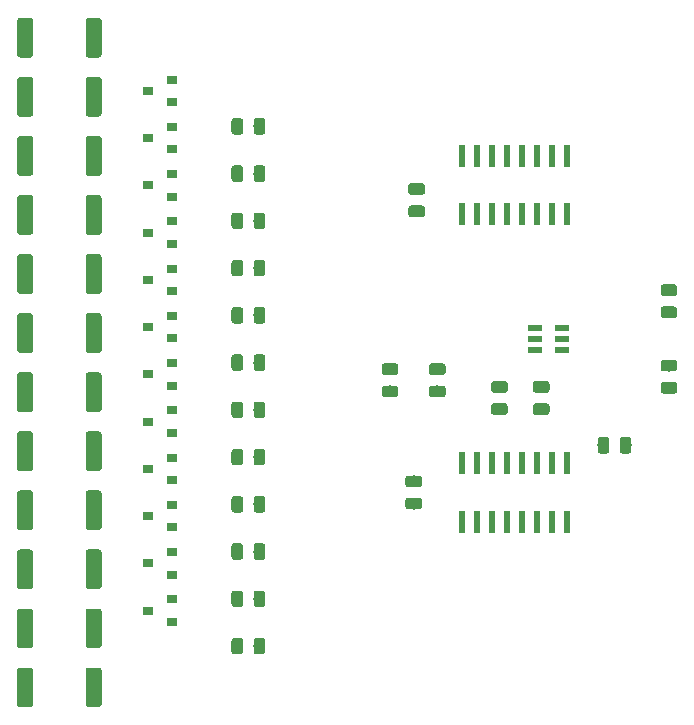
<source format=gbr>
%TF.GenerationSoftware,KiCad,Pcbnew,(5.1.4)-1*%
%TF.CreationDate,2019-10-26T20:50:12-05:00*%
%TF.ProjectId,BPSMinion,4250534d-696e-4696-9f6e-2e6b69636164,rev?*%
%TF.SameCoordinates,Original*%
%TF.FileFunction,Paste,Bot*%
%TF.FilePolarity,Positive*%
%FSLAX46Y46*%
G04 Gerber Fmt 4.6, Leading zero omitted, Abs format (unit mm)*
G04 Created by KiCad (PCBNEW (5.1.4)-1) date 2019-10-26 20:50:12*
%MOMM*%
%LPD*%
G04 APERTURE LIST*
%ADD10R,0.533400X1.981200*%
%ADD11R,1.219200X0.508000*%
%ADD12C,0.100000*%
%ADD13C,1.350000*%
%ADD14C,0.975000*%
%ADD15R,0.900000X0.800000*%
G04 APERTURE END LIST*
D10*
X149055000Y-72463800D03*
X150325000Y-72463800D03*
X151595000Y-72463800D03*
X152865000Y-72463800D03*
X154135000Y-72463800D03*
X155405000Y-72463800D03*
X156675000Y-72463800D03*
X157945000Y-72463800D03*
X157945000Y-67536200D03*
X156675000Y-67536200D03*
X155405000Y-67536200D03*
X154135000Y-67536200D03*
X152865000Y-67536200D03*
X151595000Y-67536200D03*
X150325000Y-67536200D03*
X149055000Y-67536200D03*
D11*
X157543000Y-82049999D03*
X157543000Y-83000000D03*
X157543000Y-83950001D03*
X155257000Y-83950001D03*
X155257000Y-83000000D03*
X155257000Y-82049999D03*
D10*
X157945000Y-93536200D03*
X156675000Y-93536200D03*
X155405000Y-93536200D03*
X154135000Y-93536200D03*
X152865000Y-93536200D03*
X151595000Y-93536200D03*
X150325000Y-93536200D03*
X149055000Y-93536200D03*
X149055000Y-98463800D03*
X150325000Y-98463800D03*
X151595000Y-98463800D03*
X152865000Y-98463800D03*
X154135000Y-98463800D03*
X155405000Y-98463800D03*
X156675000Y-98463800D03*
X157945000Y-98463800D03*
D12*
G36*
X112549505Y-110826204D02*
G01*
X112573773Y-110829804D01*
X112597572Y-110835765D01*
X112620671Y-110844030D01*
X112642850Y-110854520D01*
X112663893Y-110867132D01*
X112683599Y-110881747D01*
X112701777Y-110898223D01*
X112718253Y-110916401D01*
X112732868Y-110936107D01*
X112745480Y-110957150D01*
X112755970Y-110979329D01*
X112764235Y-111002428D01*
X112770196Y-111026227D01*
X112773796Y-111050495D01*
X112775000Y-111074999D01*
X112775000Y-113925001D01*
X112773796Y-113949505D01*
X112770196Y-113973773D01*
X112764235Y-113997572D01*
X112755970Y-114020671D01*
X112745480Y-114042850D01*
X112732868Y-114063893D01*
X112718253Y-114083599D01*
X112701777Y-114101777D01*
X112683599Y-114118253D01*
X112663893Y-114132868D01*
X112642850Y-114145480D01*
X112620671Y-114155970D01*
X112597572Y-114164235D01*
X112573773Y-114170196D01*
X112549505Y-114173796D01*
X112525001Y-114175000D01*
X111674999Y-114175000D01*
X111650495Y-114173796D01*
X111626227Y-114170196D01*
X111602428Y-114164235D01*
X111579329Y-114155970D01*
X111557150Y-114145480D01*
X111536107Y-114132868D01*
X111516401Y-114118253D01*
X111498223Y-114101777D01*
X111481747Y-114083599D01*
X111467132Y-114063893D01*
X111454520Y-114042850D01*
X111444030Y-114020671D01*
X111435765Y-113997572D01*
X111429804Y-113973773D01*
X111426204Y-113949505D01*
X111425000Y-113925001D01*
X111425000Y-111074999D01*
X111426204Y-111050495D01*
X111429804Y-111026227D01*
X111435765Y-111002428D01*
X111444030Y-110979329D01*
X111454520Y-110957150D01*
X111467132Y-110936107D01*
X111481747Y-110916401D01*
X111498223Y-110898223D01*
X111516401Y-110881747D01*
X111536107Y-110867132D01*
X111557150Y-110854520D01*
X111579329Y-110844030D01*
X111602428Y-110835765D01*
X111626227Y-110829804D01*
X111650495Y-110826204D01*
X111674999Y-110825000D01*
X112525001Y-110825000D01*
X112549505Y-110826204D01*
X112549505Y-110826204D01*
G37*
D13*
X112100000Y-112500000D03*
D12*
G36*
X118349505Y-110826204D02*
G01*
X118373773Y-110829804D01*
X118397572Y-110835765D01*
X118420671Y-110844030D01*
X118442850Y-110854520D01*
X118463893Y-110867132D01*
X118483599Y-110881747D01*
X118501777Y-110898223D01*
X118518253Y-110916401D01*
X118532868Y-110936107D01*
X118545480Y-110957150D01*
X118555970Y-110979329D01*
X118564235Y-111002428D01*
X118570196Y-111026227D01*
X118573796Y-111050495D01*
X118575000Y-111074999D01*
X118575000Y-113925001D01*
X118573796Y-113949505D01*
X118570196Y-113973773D01*
X118564235Y-113997572D01*
X118555970Y-114020671D01*
X118545480Y-114042850D01*
X118532868Y-114063893D01*
X118518253Y-114083599D01*
X118501777Y-114101777D01*
X118483599Y-114118253D01*
X118463893Y-114132868D01*
X118442850Y-114145480D01*
X118420671Y-114155970D01*
X118397572Y-114164235D01*
X118373773Y-114170196D01*
X118349505Y-114173796D01*
X118325001Y-114175000D01*
X117474999Y-114175000D01*
X117450495Y-114173796D01*
X117426227Y-114170196D01*
X117402428Y-114164235D01*
X117379329Y-114155970D01*
X117357150Y-114145480D01*
X117336107Y-114132868D01*
X117316401Y-114118253D01*
X117298223Y-114101777D01*
X117281747Y-114083599D01*
X117267132Y-114063893D01*
X117254520Y-114042850D01*
X117244030Y-114020671D01*
X117235765Y-113997572D01*
X117229804Y-113973773D01*
X117226204Y-113949505D01*
X117225000Y-113925001D01*
X117225000Y-111074999D01*
X117226204Y-111050495D01*
X117229804Y-111026227D01*
X117235765Y-111002428D01*
X117244030Y-110979329D01*
X117254520Y-110957150D01*
X117267132Y-110936107D01*
X117281747Y-110916401D01*
X117298223Y-110898223D01*
X117316401Y-110881747D01*
X117336107Y-110867132D01*
X117357150Y-110854520D01*
X117379329Y-110844030D01*
X117402428Y-110835765D01*
X117426227Y-110829804D01*
X117450495Y-110826204D01*
X117474999Y-110825000D01*
X118325001Y-110825000D01*
X118349505Y-110826204D01*
X118349505Y-110826204D01*
G37*
D13*
X117900000Y-112500000D03*
D12*
G36*
X112549505Y-105826204D02*
G01*
X112573773Y-105829804D01*
X112597572Y-105835765D01*
X112620671Y-105844030D01*
X112642850Y-105854520D01*
X112663893Y-105867132D01*
X112683599Y-105881747D01*
X112701777Y-105898223D01*
X112718253Y-105916401D01*
X112732868Y-105936107D01*
X112745480Y-105957150D01*
X112755970Y-105979329D01*
X112764235Y-106002428D01*
X112770196Y-106026227D01*
X112773796Y-106050495D01*
X112775000Y-106074999D01*
X112775000Y-108925001D01*
X112773796Y-108949505D01*
X112770196Y-108973773D01*
X112764235Y-108997572D01*
X112755970Y-109020671D01*
X112745480Y-109042850D01*
X112732868Y-109063893D01*
X112718253Y-109083599D01*
X112701777Y-109101777D01*
X112683599Y-109118253D01*
X112663893Y-109132868D01*
X112642850Y-109145480D01*
X112620671Y-109155970D01*
X112597572Y-109164235D01*
X112573773Y-109170196D01*
X112549505Y-109173796D01*
X112525001Y-109175000D01*
X111674999Y-109175000D01*
X111650495Y-109173796D01*
X111626227Y-109170196D01*
X111602428Y-109164235D01*
X111579329Y-109155970D01*
X111557150Y-109145480D01*
X111536107Y-109132868D01*
X111516401Y-109118253D01*
X111498223Y-109101777D01*
X111481747Y-109083599D01*
X111467132Y-109063893D01*
X111454520Y-109042850D01*
X111444030Y-109020671D01*
X111435765Y-108997572D01*
X111429804Y-108973773D01*
X111426204Y-108949505D01*
X111425000Y-108925001D01*
X111425000Y-106074999D01*
X111426204Y-106050495D01*
X111429804Y-106026227D01*
X111435765Y-106002428D01*
X111444030Y-105979329D01*
X111454520Y-105957150D01*
X111467132Y-105936107D01*
X111481747Y-105916401D01*
X111498223Y-105898223D01*
X111516401Y-105881747D01*
X111536107Y-105867132D01*
X111557150Y-105854520D01*
X111579329Y-105844030D01*
X111602428Y-105835765D01*
X111626227Y-105829804D01*
X111650495Y-105826204D01*
X111674999Y-105825000D01*
X112525001Y-105825000D01*
X112549505Y-105826204D01*
X112549505Y-105826204D01*
G37*
D13*
X112100000Y-107500000D03*
D12*
G36*
X118349505Y-105826204D02*
G01*
X118373773Y-105829804D01*
X118397572Y-105835765D01*
X118420671Y-105844030D01*
X118442850Y-105854520D01*
X118463893Y-105867132D01*
X118483599Y-105881747D01*
X118501777Y-105898223D01*
X118518253Y-105916401D01*
X118532868Y-105936107D01*
X118545480Y-105957150D01*
X118555970Y-105979329D01*
X118564235Y-106002428D01*
X118570196Y-106026227D01*
X118573796Y-106050495D01*
X118575000Y-106074999D01*
X118575000Y-108925001D01*
X118573796Y-108949505D01*
X118570196Y-108973773D01*
X118564235Y-108997572D01*
X118555970Y-109020671D01*
X118545480Y-109042850D01*
X118532868Y-109063893D01*
X118518253Y-109083599D01*
X118501777Y-109101777D01*
X118483599Y-109118253D01*
X118463893Y-109132868D01*
X118442850Y-109145480D01*
X118420671Y-109155970D01*
X118397572Y-109164235D01*
X118373773Y-109170196D01*
X118349505Y-109173796D01*
X118325001Y-109175000D01*
X117474999Y-109175000D01*
X117450495Y-109173796D01*
X117426227Y-109170196D01*
X117402428Y-109164235D01*
X117379329Y-109155970D01*
X117357150Y-109145480D01*
X117336107Y-109132868D01*
X117316401Y-109118253D01*
X117298223Y-109101777D01*
X117281747Y-109083599D01*
X117267132Y-109063893D01*
X117254520Y-109042850D01*
X117244030Y-109020671D01*
X117235765Y-108997572D01*
X117229804Y-108973773D01*
X117226204Y-108949505D01*
X117225000Y-108925001D01*
X117225000Y-106074999D01*
X117226204Y-106050495D01*
X117229804Y-106026227D01*
X117235765Y-106002428D01*
X117244030Y-105979329D01*
X117254520Y-105957150D01*
X117267132Y-105936107D01*
X117281747Y-105916401D01*
X117298223Y-105898223D01*
X117316401Y-105881747D01*
X117336107Y-105867132D01*
X117357150Y-105854520D01*
X117379329Y-105844030D01*
X117402428Y-105835765D01*
X117426227Y-105829804D01*
X117450495Y-105826204D01*
X117474999Y-105825000D01*
X118325001Y-105825000D01*
X118349505Y-105826204D01*
X118349505Y-105826204D01*
G37*
D13*
X117900000Y-107500000D03*
D12*
G36*
X112549505Y-100826204D02*
G01*
X112573773Y-100829804D01*
X112597572Y-100835765D01*
X112620671Y-100844030D01*
X112642850Y-100854520D01*
X112663893Y-100867132D01*
X112683599Y-100881747D01*
X112701777Y-100898223D01*
X112718253Y-100916401D01*
X112732868Y-100936107D01*
X112745480Y-100957150D01*
X112755970Y-100979329D01*
X112764235Y-101002428D01*
X112770196Y-101026227D01*
X112773796Y-101050495D01*
X112775000Y-101074999D01*
X112775000Y-103925001D01*
X112773796Y-103949505D01*
X112770196Y-103973773D01*
X112764235Y-103997572D01*
X112755970Y-104020671D01*
X112745480Y-104042850D01*
X112732868Y-104063893D01*
X112718253Y-104083599D01*
X112701777Y-104101777D01*
X112683599Y-104118253D01*
X112663893Y-104132868D01*
X112642850Y-104145480D01*
X112620671Y-104155970D01*
X112597572Y-104164235D01*
X112573773Y-104170196D01*
X112549505Y-104173796D01*
X112525001Y-104175000D01*
X111674999Y-104175000D01*
X111650495Y-104173796D01*
X111626227Y-104170196D01*
X111602428Y-104164235D01*
X111579329Y-104155970D01*
X111557150Y-104145480D01*
X111536107Y-104132868D01*
X111516401Y-104118253D01*
X111498223Y-104101777D01*
X111481747Y-104083599D01*
X111467132Y-104063893D01*
X111454520Y-104042850D01*
X111444030Y-104020671D01*
X111435765Y-103997572D01*
X111429804Y-103973773D01*
X111426204Y-103949505D01*
X111425000Y-103925001D01*
X111425000Y-101074999D01*
X111426204Y-101050495D01*
X111429804Y-101026227D01*
X111435765Y-101002428D01*
X111444030Y-100979329D01*
X111454520Y-100957150D01*
X111467132Y-100936107D01*
X111481747Y-100916401D01*
X111498223Y-100898223D01*
X111516401Y-100881747D01*
X111536107Y-100867132D01*
X111557150Y-100854520D01*
X111579329Y-100844030D01*
X111602428Y-100835765D01*
X111626227Y-100829804D01*
X111650495Y-100826204D01*
X111674999Y-100825000D01*
X112525001Y-100825000D01*
X112549505Y-100826204D01*
X112549505Y-100826204D01*
G37*
D13*
X112100000Y-102500000D03*
D12*
G36*
X118349505Y-100826204D02*
G01*
X118373773Y-100829804D01*
X118397572Y-100835765D01*
X118420671Y-100844030D01*
X118442850Y-100854520D01*
X118463893Y-100867132D01*
X118483599Y-100881747D01*
X118501777Y-100898223D01*
X118518253Y-100916401D01*
X118532868Y-100936107D01*
X118545480Y-100957150D01*
X118555970Y-100979329D01*
X118564235Y-101002428D01*
X118570196Y-101026227D01*
X118573796Y-101050495D01*
X118575000Y-101074999D01*
X118575000Y-103925001D01*
X118573796Y-103949505D01*
X118570196Y-103973773D01*
X118564235Y-103997572D01*
X118555970Y-104020671D01*
X118545480Y-104042850D01*
X118532868Y-104063893D01*
X118518253Y-104083599D01*
X118501777Y-104101777D01*
X118483599Y-104118253D01*
X118463893Y-104132868D01*
X118442850Y-104145480D01*
X118420671Y-104155970D01*
X118397572Y-104164235D01*
X118373773Y-104170196D01*
X118349505Y-104173796D01*
X118325001Y-104175000D01*
X117474999Y-104175000D01*
X117450495Y-104173796D01*
X117426227Y-104170196D01*
X117402428Y-104164235D01*
X117379329Y-104155970D01*
X117357150Y-104145480D01*
X117336107Y-104132868D01*
X117316401Y-104118253D01*
X117298223Y-104101777D01*
X117281747Y-104083599D01*
X117267132Y-104063893D01*
X117254520Y-104042850D01*
X117244030Y-104020671D01*
X117235765Y-103997572D01*
X117229804Y-103973773D01*
X117226204Y-103949505D01*
X117225000Y-103925001D01*
X117225000Y-101074999D01*
X117226204Y-101050495D01*
X117229804Y-101026227D01*
X117235765Y-101002428D01*
X117244030Y-100979329D01*
X117254520Y-100957150D01*
X117267132Y-100936107D01*
X117281747Y-100916401D01*
X117298223Y-100898223D01*
X117316401Y-100881747D01*
X117336107Y-100867132D01*
X117357150Y-100854520D01*
X117379329Y-100844030D01*
X117402428Y-100835765D01*
X117426227Y-100829804D01*
X117450495Y-100826204D01*
X117474999Y-100825000D01*
X118325001Y-100825000D01*
X118349505Y-100826204D01*
X118349505Y-100826204D01*
G37*
D13*
X117900000Y-102500000D03*
D12*
G36*
X112549505Y-95826204D02*
G01*
X112573773Y-95829804D01*
X112597572Y-95835765D01*
X112620671Y-95844030D01*
X112642850Y-95854520D01*
X112663893Y-95867132D01*
X112683599Y-95881747D01*
X112701777Y-95898223D01*
X112718253Y-95916401D01*
X112732868Y-95936107D01*
X112745480Y-95957150D01*
X112755970Y-95979329D01*
X112764235Y-96002428D01*
X112770196Y-96026227D01*
X112773796Y-96050495D01*
X112775000Y-96074999D01*
X112775000Y-98925001D01*
X112773796Y-98949505D01*
X112770196Y-98973773D01*
X112764235Y-98997572D01*
X112755970Y-99020671D01*
X112745480Y-99042850D01*
X112732868Y-99063893D01*
X112718253Y-99083599D01*
X112701777Y-99101777D01*
X112683599Y-99118253D01*
X112663893Y-99132868D01*
X112642850Y-99145480D01*
X112620671Y-99155970D01*
X112597572Y-99164235D01*
X112573773Y-99170196D01*
X112549505Y-99173796D01*
X112525001Y-99175000D01*
X111674999Y-99175000D01*
X111650495Y-99173796D01*
X111626227Y-99170196D01*
X111602428Y-99164235D01*
X111579329Y-99155970D01*
X111557150Y-99145480D01*
X111536107Y-99132868D01*
X111516401Y-99118253D01*
X111498223Y-99101777D01*
X111481747Y-99083599D01*
X111467132Y-99063893D01*
X111454520Y-99042850D01*
X111444030Y-99020671D01*
X111435765Y-98997572D01*
X111429804Y-98973773D01*
X111426204Y-98949505D01*
X111425000Y-98925001D01*
X111425000Y-96074999D01*
X111426204Y-96050495D01*
X111429804Y-96026227D01*
X111435765Y-96002428D01*
X111444030Y-95979329D01*
X111454520Y-95957150D01*
X111467132Y-95936107D01*
X111481747Y-95916401D01*
X111498223Y-95898223D01*
X111516401Y-95881747D01*
X111536107Y-95867132D01*
X111557150Y-95854520D01*
X111579329Y-95844030D01*
X111602428Y-95835765D01*
X111626227Y-95829804D01*
X111650495Y-95826204D01*
X111674999Y-95825000D01*
X112525001Y-95825000D01*
X112549505Y-95826204D01*
X112549505Y-95826204D01*
G37*
D13*
X112100000Y-97500000D03*
D12*
G36*
X118349505Y-95826204D02*
G01*
X118373773Y-95829804D01*
X118397572Y-95835765D01*
X118420671Y-95844030D01*
X118442850Y-95854520D01*
X118463893Y-95867132D01*
X118483599Y-95881747D01*
X118501777Y-95898223D01*
X118518253Y-95916401D01*
X118532868Y-95936107D01*
X118545480Y-95957150D01*
X118555970Y-95979329D01*
X118564235Y-96002428D01*
X118570196Y-96026227D01*
X118573796Y-96050495D01*
X118575000Y-96074999D01*
X118575000Y-98925001D01*
X118573796Y-98949505D01*
X118570196Y-98973773D01*
X118564235Y-98997572D01*
X118555970Y-99020671D01*
X118545480Y-99042850D01*
X118532868Y-99063893D01*
X118518253Y-99083599D01*
X118501777Y-99101777D01*
X118483599Y-99118253D01*
X118463893Y-99132868D01*
X118442850Y-99145480D01*
X118420671Y-99155970D01*
X118397572Y-99164235D01*
X118373773Y-99170196D01*
X118349505Y-99173796D01*
X118325001Y-99175000D01*
X117474999Y-99175000D01*
X117450495Y-99173796D01*
X117426227Y-99170196D01*
X117402428Y-99164235D01*
X117379329Y-99155970D01*
X117357150Y-99145480D01*
X117336107Y-99132868D01*
X117316401Y-99118253D01*
X117298223Y-99101777D01*
X117281747Y-99083599D01*
X117267132Y-99063893D01*
X117254520Y-99042850D01*
X117244030Y-99020671D01*
X117235765Y-98997572D01*
X117229804Y-98973773D01*
X117226204Y-98949505D01*
X117225000Y-98925001D01*
X117225000Y-96074999D01*
X117226204Y-96050495D01*
X117229804Y-96026227D01*
X117235765Y-96002428D01*
X117244030Y-95979329D01*
X117254520Y-95957150D01*
X117267132Y-95936107D01*
X117281747Y-95916401D01*
X117298223Y-95898223D01*
X117316401Y-95881747D01*
X117336107Y-95867132D01*
X117357150Y-95854520D01*
X117379329Y-95844030D01*
X117402428Y-95835765D01*
X117426227Y-95829804D01*
X117450495Y-95826204D01*
X117474999Y-95825000D01*
X118325001Y-95825000D01*
X118349505Y-95826204D01*
X118349505Y-95826204D01*
G37*
D13*
X117900000Y-97500000D03*
D12*
G36*
X112549505Y-90826204D02*
G01*
X112573773Y-90829804D01*
X112597572Y-90835765D01*
X112620671Y-90844030D01*
X112642850Y-90854520D01*
X112663893Y-90867132D01*
X112683599Y-90881747D01*
X112701777Y-90898223D01*
X112718253Y-90916401D01*
X112732868Y-90936107D01*
X112745480Y-90957150D01*
X112755970Y-90979329D01*
X112764235Y-91002428D01*
X112770196Y-91026227D01*
X112773796Y-91050495D01*
X112775000Y-91074999D01*
X112775000Y-93925001D01*
X112773796Y-93949505D01*
X112770196Y-93973773D01*
X112764235Y-93997572D01*
X112755970Y-94020671D01*
X112745480Y-94042850D01*
X112732868Y-94063893D01*
X112718253Y-94083599D01*
X112701777Y-94101777D01*
X112683599Y-94118253D01*
X112663893Y-94132868D01*
X112642850Y-94145480D01*
X112620671Y-94155970D01*
X112597572Y-94164235D01*
X112573773Y-94170196D01*
X112549505Y-94173796D01*
X112525001Y-94175000D01*
X111674999Y-94175000D01*
X111650495Y-94173796D01*
X111626227Y-94170196D01*
X111602428Y-94164235D01*
X111579329Y-94155970D01*
X111557150Y-94145480D01*
X111536107Y-94132868D01*
X111516401Y-94118253D01*
X111498223Y-94101777D01*
X111481747Y-94083599D01*
X111467132Y-94063893D01*
X111454520Y-94042850D01*
X111444030Y-94020671D01*
X111435765Y-93997572D01*
X111429804Y-93973773D01*
X111426204Y-93949505D01*
X111425000Y-93925001D01*
X111425000Y-91074999D01*
X111426204Y-91050495D01*
X111429804Y-91026227D01*
X111435765Y-91002428D01*
X111444030Y-90979329D01*
X111454520Y-90957150D01*
X111467132Y-90936107D01*
X111481747Y-90916401D01*
X111498223Y-90898223D01*
X111516401Y-90881747D01*
X111536107Y-90867132D01*
X111557150Y-90854520D01*
X111579329Y-90844030D01*
X111602428Y-90835765D01*
X111626227Y-90829804D01*
X111650495Y-90826204D01*
X111674999Y-90825000D01*
X112525001Y-90825000D01*
X112549505Y-90826204D01*
X112549505Y-90826204D01*
G37*
D13*
X112100000Y-92500000D03*
D12*
G36*
X118349505Y-90826204D02*
G01*
X118373773Y-90829804D01*
X118397572Y-90835765D01*
X118420671Y-90844030D01*
X118442850Y-90854520D01*
X118463893Y-90867132D01*
X118483599Y-90881747D01*
X118501777Y-90898223D01*
X118518253Y-90916401D01*
X118532868Y-90936107D01*
X118545480Y-90957150D01*
X118555970Y-90979329D01*
X118564235Y-91002428D01*
X118570196Y-91026227D01*
X118573796Y-91050495D01*
X118575000Y-91074999D01*
X118575000Y-93925001D01*
X118573796Y-93949505D01*
X118570196Y-93973773D01*
X118564235Y-93997572D01*
X118555970Y-94020671D01*
X118545480Y-94042850D01*
X118532868Y-94063893D01*
X118518253Y-94083599D01*
X118501777Y-94101777D01*
X118483599Y-94118253D01*
X118463893Y-94132868D01*
X118442850Y-94145480D01*
X118420671Y-94155970D01*
X118397572Y-94164235D01*
X118373773Y-94170196D01*
X118349505Y-94173796D01*
X118325001Y-94175000D01*
X117474999Y-94175000D01*
X117450495Y-94173796D01*
X117426227Y-94170196D01*
X117402428Y-94164235D01*
X117379329Y-94155970D01*
X117357150Y-94145480D01*
X117336107Y-94132868D01*
X117316401Y-94118253D01*
X117298223Y-94101777D01*
X117281747Y-94083599D01*
X117267132Y-94063893D01*
X117254520Y-94042850D01*
X117244030Y-94020671D01*
X117235765Y-93997572D01*
X117229804Y-93973773D01*
X117226204Y-93949505D01*
X117225000Y-93925001D01*
X117225000Y-91074999D01*
X117226204Y-91050495D01*
X117229804Y-91026227D01*
X117235765Y-91002428D01*
X117244030Y-90979329D01*
X117254520Y-90957150D01*
X117267132Y-90936107D01*
X117281747Y-90916401D01*
X117298223Y-90898223D01*
X117316401Y-90881747D01*
X117336107Y-90867132D01*
X117357150Y-90854520D01*
X117379329Y-90844030D01*
X117402428Y-90835765D01*
X117426227Y-90829804D01*
X117450495Y-90826204D01*
X117474999Y-90825000D01*
X118325001Y-90825000D01*
X118349505Y-90826204D01*
X118349505Y-90826204D01*
G37*
D13*
X117900000Y-92500000D03*
D12*
G36*
X156280142Y-88451174D02*
G01*
X156303803Y-88454684D01*
X156327007Y-88460496D01*
X156349529Y-88468554D01*
X156371153Y-88478782D01*
X156391670Y-88491079D01*
X156410883Y-88505329D01*
X156428607Y-88521393D01*
X156444671Y-88539117D01*
X156458921Y-88558330D01*
X156471218Y-88578847D01*
X156481446Y-88600471D01*
X156489504Y-88622993D01*
X156495316Y-88646197D01*
X156498826Y-88669858D01*
X156500000Y-88693750D01*
X156500000Y-89181250D01*
X156498826Y-89205142D01*
X156495316Y-89228803D01*
X156489504Y-89252007D01*
X156481446Y-89274529D01*
X156471218Y-89296153D01*
X156458921Y-89316670D01*
X156444671Y-89335883D01*
X156428607Y-89353607D01*
X156410883Y-89369671D01*
X156391670Y-89383921D01*
X156371153Y-89396218D01*
X156349529Y-89406446D01*
X156327007Y-89414504D01*
X156303803Y-89420316D01*
X156280142Y-89423826D01*
X156256250Y-89425000D01*
X155343750Y-89425000D01*
X155319858Y-89423826D01*
X155296197Y-89420316D01*
X155272993Y-89414504D01*
X155250471Y-89406446D01*
X155228847Y-89396218D01*
X155208330Y-89383921D01*
X155189117Y-89369671D01*
X155171393Y-89353607D01*
X155155329Y-89335883D01*
X155141079Y-89316670D01*
X155128782Y-89296153D01*
X155118554Y-89274529D01*
X155110496Y-89252007D01*
X155104684Y-89228803D01*
X155101174Y-89205142D01*
X155100000Y-89181250D01*
X155100000Y-88693750D01*
X155101174Y-88669858D01*
X155104684Y-88646197D01*
X155110496Y-88622993D01*
X155118554Y-88600471D01*
X155128782Y-88578847D01*
X155141079Y-88558330D01*
X155155329Y-88539117D01*
X155171393Y-88521393D01*
X155189117Y-88505329D01*
X155208330Y-88491079D01*
X155228847Y-88478782D01*
X155250471Y-88468554D01*
X155272993Y-88460496D01*
X155296197Y-88454684D01*
X155319858Y-88451174D01*
X155343750Y-88450000D01*
X156256250Y-88450000D01*
X156280142Y-88451174D01*
X156280142Y-88451174D01*
G37*
D14*
X155800000Y-88937500D03*
D12*
G36*
X156280142Y-86576174D02*
G01*
X156303803Y-86579684D01*
X156327007Y-86585496D01*
X156349529Y-86593554D01*
X156371153Y-86603782D01*
X156391670Y-86616079D01*
X156410883Y-86630329D01*
X156428607Y-86646393D01*
X156444671Y-86664117D01*
X156458921Y-86683330D01*
X156471218Y-86703847D01*
X156481446Y-86725471D01*
X156489504Y-86747993D01*
X156495316Y-86771197D01*
X156498826Y-86794858D01*
X156500000Y-86818750D01*
X156500000Y-87306250D01*
X156498826Y-87330142D01*
X156495316Y-87353803D01*
X156489504Y-87377007D01*
X156481446Y-87399529D01*
X156471218Y-87421153D01*
X156458921Y-87441670D01*
X156444671Y-87460883D01*
X156428607Y-87478607D01*
X156410883Y-87494671D01*
X156391670Y-87508921D01*
X156371153Y-87521218D01*
X156349529Y-87531446D01*
X156327007Y-87539504D01*
X156303803Y-87545316D01*
X156280142Y-87548826D01*
X156256250Y-87550000D01*
X155343750Y-87550000D01*
X155319858Y-87548826D01*
X155296197Y-87545316D01*
X155272993Y-87539504D01*
X155250471Y-87531446D01*
X155228847Y-87521218D01*
X155208330Y-87508921D01*
X155189117Y-87494671D01*
X155171393Y-87478607D01*
X155155329Y-87460883D01*
X155141079Y-87441670D01*
X155128782Y-87421153D01*
X155118554Y-87399529D01*
X155110496Y-87377007D01*
X155104684Y-87353803D01*
X155101174Y-87330142D01*
X155100000Y-87306250D01*
X155100000Y-86818750D01*
X155101174Y-86794858D01*
X155104684Y-86771197D01*
X155110496Y-86747993D01*
X155118554Y-86725471D01*
X155128782Y-86703847D01*
X155141079Y-86683330D01*
X155155329Y-86664117D01*
X155171393Y-86646393D01*
X155189117Y-86630329D01*
X155208330Y-86616079D01*
X155228847Y-86603782D01*
X155250471Y-86593554D01*
X155272993Y-86585496D01*
X155296197Y-86579684D01*
X155319858Y-86576174D01*
X155343750Y-86575000D01*
X156256250Y-86575000D01*
X156280142Y-86576174D01*
X156280142Y-86576174D01*
G37*
D14*
X155800000Y-87062500D03*
D12*
G36*
X112549505Y-85826204D02*
G01*
X112573773Y-85829804D01*
X112597572Y-85835765D01*
X112620671Y-85844030D01*
X112642850Y-85854520D01*
X112663893Y-85867132D01*
X112683599Y-85881747D01*
X112701777Y-85898223D01*
X112718253Y-85916401D01*
X112732868Y-85936107D01*
X112745480Y-85957150D01*
X112755970Y-85979329D01*
X112764235Y-86002428D01*
X112770196Y-86026227D01*
X112773796Y-86050495D01*
X112775000Y-86074999D01*
X112775000Y-88925001D01*
X112773796Y-88949505D01*
X112770196Y-88973773D01*
X112764235Y-88997572D01*
X112755970Y-89020671D01*
X112745480Y-89042850D01*
X112732868Y-89063893D01*
X112718253Y-89083599D01*
X112701777Y-89101777D01*
X112683599Y-89118253D01*
X112663893Y-89132868D01*
X112642850Y-89145480D01*
X112620671Y-89155970D01*
X112597572Y-89164235D01*
X112573773Y-89170196D01*
X112549505Y-89173796D01*
X112525001Y-89175000D01*
X111674999Y-89175000D01*
X111650495Y-89173796D01*
X111626227Y-89170196D01*
X111602428Y-89164235D01*
X111579329Y-89155970D01*
X111557150Y-89145480D01*
X111536107Y-89132868D01*
X111516401Y-89118253D01*
X111498223Y-89101777D01*
X111481747Y-89083599D01*
X111467132Y-89063893D01*
X111454520Y-89042850D01*
X111444030Y-89020671D01*
X111435765Y-88997572D01*
X111429804Y-88973773D01*
X111426204Y-88949505D01*
X111425000Y-88925001D01*
X111425000Y-86074999D01*
X111426204Y-86050495D01*
X111429804Y-86026227D01*
X111435765Y-86002428D01*
X111444030Y-85979329D01*
X111454520Y-85957150D01*
X111467132Y-85936107D01*
X111481747Y-85916401D01*
X111498223Y-85898223D01*
X111516401Y-85881747D01*
X111536107Y-85867132D01*
X111557150Y-85854520D01*
X111579329Y-85844030D01*
X111602428Y-85835765D01*
X111626227Y-85829804D01*
X111650495Y-85826204D01*
X111674999Y-85825000D01*
X112525001Y-85825000D01*
X112549505Y-85826204D01*
X112549505Y-85826204D01*
G37*
D13*
X112100000Y-87500000D03*
D12*
G36*
X118349505Y-85826204D02*
G01*
X118373773Y-85829804D01*
X118397572Y-85835765D01*
X118420671Y-85844030D01*
X118442850Y-85854520D01*
X118463893Y-85867132D01*
X118483599Y-85881747D01*
X118501777Y-85898223D01*
X118518253Y-85916401D01*
X118532868Y-85936107D01*
X118545480Y-85957150D01*
X118555970Y-85979329D01*
X118564235Y-86002428D01*
X118570196Y-86026227D01*
X118573796Y-86050495D01*
X118575000Y-86074999D01*
X118575000Y-88925001D01*
X118573796Y-88949505D01*
X118570196Y-88973773D01*
X118564235Y-88997572D01*
X118555970Y-89020671D01*
X118545480Y-89042850D01*
X118532868Y-89063893D01*
X118518253Y-89083599D01*
X118501777Y-89101777D01*
X118483599Y-89118253D01*
X118463893Y-89132868D01*
X118442850Y-89145480D01*
X118420671Y-89155970D01*
X118397572Y-89164235D01*
X118373773Y-89170196D01*
X118349505Y-89173796D01*
X118325001Y-89175000D01*
X117474999Y-89175000D01*
X117450495Y-89173796D01*
X117426227Y-89170196D01*
X117402428Y-89164235D01*
X117379329Y-89155970D01*
X117357150Y-89145480D01*
X117336107Y-89132868D01*
X117316401Y-89118253D01*
X117298223Y-89101777D01*
X117281747Y-89083599D01*
X117267132Y-89063893D01*
X117254520Y-89042850D01*
X117244030Y-89020671D01*
X117235765Y-88997572D01*
X117229804Y-88973773D01*
X117226204Y-88949505D01*
X117225000Y-88925001D01*
X117225000Y-86074999D01*
X117226204Y-86050495D01*
X117229804Y-86026227D01*
X117235765Y-86002428D01*
X117244030Y-85979329D01*
X117254520Y-85957150D01*
X117267132Y-85936107D01*
X117281747Y-85916401D01*
X117298223Y-85898223D01*
X117316401Y-85881747D01*
X117336107Y-85867132D01*
X117357150Y-85854520D01*
X117379329Y-85844030D01*
X117402428Y-85835765D01*
X117426227Y-85829804D01*
X117450495Y-85826204D01*
X117474999Y-85825000D01*
X118325001Y-85825000D01*
X118349505Y-85826204D01*
X118349505Y-85826204D01*
G37*
D13*
X117900000Y-87500000D03*
D12*
G36*
X112549505Y-80826204D02*
G01*
X112573773Y-80829804D01*
X112597572Y-80835765D01*
X112620671Y-80844030D01*
X112642850Y-80854520D01*
X112663893Y-80867132D01*
X112683599Y-80881747D01*
X112701777Y-80898223D01*
X112718253Y-80916401D01*
X112732868Y-80936107D01*
X112745480Y-80957150D01*
X112755970Y-80979329D01*
X112764235Y-81002428D01*
X112770196Y-81026227D01*
X112773796Y-81050495D01*
X112775000Y-81074999D01*
X112775000Y-83925001D01*
X112773796Y-83949505D01*
X112770196Y-83973773D01*
X112764235Y-83997572D01*
X112755970Y-84020671D01*
X112745480Y-84042850D01*
X112732868Y-84063893D01*
X112718253Y-84083599D01*
X112701777Y-84101777D01*
X112683599Y-84118253D01*
X112663893Y-84132868D01*
X112642850Y-84145480D01*
X112620671Y-84155970D01*
X112597572Y-84164235D01*
X112573773Y-84170196D01*
X112549505Y-84173796D01*
X112525001Y-84175000D01*
X111674999Y-84175000D01*
X111650495Y-84173796D01*
X111626227Y-84170196D01*
X111602428Y-84164235D01*
X111579329Y-84155970D01*
X111557150Y-84145480D01*
X111536107Y-84132868D01*
X111516401Y-84118253D01*
X111498223Y-84101777D01*
X111481747Y-84083599D01*
X111467132Y-84063893D01*
X111454520Y-84042850D01*
X111444030Y-84020671D01*
X111435765Y-83997572D01*
X111429804Y-83973773D01*
X111426204Y-83949505D01*
X111425000Y-83925001D01*
X111425000Y-81074999D01*
X111426204Y-81050495D01*
X111429804Y-81026227D01*
X111435765Y-81002428D01*
X111444030Y-80979329D01*
X111454520Y-80957150D01*
X111467132Y-80936107D01*
X111481747Y-80916401D01*
X111498223Y-80898223D01*
X111516401Y-80881747D01*
X111536107Y-80867132D01*
X111557150Y-80854520D01*
X111579329Y-80844030D01*
X111602428Y-80835765D01*
X111626227Y-80829804D01*
X111650495Y-80826204D01*
X111674999Y-80825000D01*
X112525001Y-80825000D01*
X112549505Y-80826204D01*
X112549505Y-80826204D01*
G37*
D13*
X112100000Y-82500000D03*
D12*
G36*
X118349505Y-80826204D02*
G01*
X118373773Y-80829804D01*
X118397572Y-80835765D01*
X118420671Y-80844030D01*
X118442850Y-80854520D01*
X118463893Y-80867132D01*
X118483599Y-80881747D01*
X118501777Y-80898223D01*
X118518253Y-80916401D01*
X118532868Y-80936107D01*
X118545480Y-80957150D01*
X118555970Y-80979329D01*
X118564235Y-81002428D01*
X118570196Y-81026227D01*
X118573796Y-81050495D01*
X118575000Y-81074999D01*
X118575000Y-83925001D01*
X118573796Y-83949505D01*
X118570196Y-83973773D01*
X118564235Y-83997572D01*
X118555970Y-84020671D01*
X118545480Y-84042850D01*
X118532868Y-84063893D01*
X118518253Y-84083599D01*
X118501777Y-84101777D01*
X118483599Y-84118253D01*
X118463893Y-84132868D01*
X118442850Y-84145480D01*
X118420671Y-84155970D01*
X118397572Y-84164235D01*
X118373773Y-84170196D01*
X118349505Y-84173796D01*
X118325001Y-84175000D01*
X117474999Y-84175000D01*
X117450495Y-84173796D01*
X117426227Y-84170196D01*
X117402428Y-84164235D01*
X117379329Y-84155970D01*
X117357150Y-84145480D01*
X117336107Y-84132868D01*
X117316401Y-84118253D01*
X117298223Y-84101777D01*
X117281747Y-84083599D01*
X117267132Y-84063893D01*
X117254520Y-84042850D01*
X117244030Y-84020671D01*
X117235765Y-83997572D01*
X117229804Y-83973773D01*
X117226204Y-83949505D01*
X117225000Y-83925001D01*
X117225000Y-81074999D01*
X117226204Y-81050495D01*
X117229804Y-81026227D01*
X117235765Y-81002428D01*
X117244030Y-80979329D01*
X117254520Y-80957150D01*
X117267132Y-80936107D01*
X117281747Y-80916401D01*
X117298223Y-80898223D01*
X117316401Y-80881747D01*
X117336107Y-80867132D01*
X117357150Y-80854520D01*
X117379329Y-80844030D01*
X117402428Y-80835765D01*
X117426227Y-80829804D01*
X117450495Y-80826204D01*
X117474999Y-80825000D01*
X118325001Y-80825000D01*
X118349505Y-80826204D01*
X118349505Y-80826204D01*
G37*
D13*
X117900000Y-82500000D03*
D12*
G36*
X112549505Y-75826204D02*
G01*
X112573773Y-75829804D01*
X112597572Y-75835765D01*
X112620671Y-75844030D01*
X112642850Y-75854520D01*
X112663893Y-75867132D01*
X112683599Y-75881747D01*
X112701777Y-75898223D01*
X112718253Y-75916401D01*
X112732868Y-75936107D01*
X112745480Y-75957150D01*
X112755970Y-75979329D01*
X112764235Y-76002428D01*
X112770196Y-76026227D01*
X112773796Y-76050495D01*
X112775000Y-76074999D01*
X112775000Y-78925001D01*
X112773796Y-78949505D01*
X112770196Y-78973773D01*
X112764235Y-78997572D01*
X112755970Y-79020671D01*
X112745480Y-79042850D01*
X112732868Y-79063893D01*
X112718253Y-79083599D01*
X112701777Y-79101777D01*
X112683599Y-79118253D01*
X112663893Y-79132868D01*
X112642850Y-79145480D01*
X112620671Y-79155970D01*
X112597572Y-79164235D01*
X112573773Y-79170196D01*
X112549505Y-79173796D01*
X112525001Y-79175000D01*
X111674999Y-79175000D01*
X111650495Y-79173796D01*
X111626227Y-79170196D01*
X111602428Y-79164235D01*
X111579329Y-79155970D01*
X111557150Y-79145480D01*
X111536107Y-79132868D01*
X111516401Y-79118253D01*
X111498223Y-79101777D01*
X111481747Y-79083599D01*
X111467132Y-79063893D01*
X111454520Y-79042850D01*
X111444030Y-79020671D01*
X111435765Y-78997572D01*
X111429804Y-78973773D01*
X111426204Y-78949505D01*
X111425000Y-78925001D01*
X111425000Y-76074999D01*
X111426204Y-76050495D01*
X111429804Y-76026227D01*
X111435765Y-76002428D01*
X111444030Y-75979329D01*
X111454520Y-75957150D01*
X111467132Y-75936107D01*
X111481747Y-75916401D01*
X111498223Y-75898223D01*
X111516401Y-75881747D01*
X111536107Y-75867132D01*
X111557150Y-75854520D01*
X111579329Y-75844030D01*
X111602428Y-75835765D01*
X111626227Y-75829804D01*
X111650495Y-75826204D01*
X111674999Y-75825000D01*
X112525001Y-75825000D01*
X112549505Y-75826204D01*
X112549505Y-75826204D01*
G37*
D13*
X112100000Y-77500000D03*
D12*
G36*
X118349505Y-75826204D02*
G01*
X118373773Y-75829804D01*
X118397572Y-75835765D01*
X118420671Y-75844030D01*
X118442850Y-75854520D01*
X118463893Y-75867132D01*
X118483599Y-75881747D01*
X118501777Y-75898223D01*
X118518253Y-75916401D01*
X118532868Y-75936107D01*
X118545480Y-75957150D01*
X118555970Y-75979329D01*
X118564235Y-76002428D01*
X118570196Y-76026227D01*
X118573796Y-76050495D01*
X118575000Y-76074999D01*
X118575000Y-78925001D01*
X118573796Y-78949505D01*
X118570196Y-78973773D01*
X118564235Y-78997572D01*
X118555970Y-79020671D01*
X118545480Y-79042850D01*
X118532868Y-79063893D01*
X118518253Y-79083599D01*
X118501777Y-79101777D01*
X118483599Y-79118253D01*
X118463893Y-79132868D01*
X118442850Y-79145480D01*
X118420671Y-79155970D01*
X118397572Y-79164235D01*
X118373773Y-79170196D01*
X118349505Y-79173796D01*
X118325001Y-79175000D01*
X117474999Y-79175000D01*
X117450495Y-79173796D01*
X117426227Y-79170196D01*
X117402428Y-79164235D01*
X117379329Y-79155970D01*
X117357150Y-79145480D01*
X117336107Y-79132868D01*
X117316401Y-79118253D01*
X117298223Y-79101777D01*
X117281747Y-79083599D01*
X117267132Y-79063893D01*
X117254520Y-79042850D01*
X117244030Y-79020671D01*
X117235765Y-78997572D01*
X117229804Y-78973773D01*
X117226204Y-78949505D01*
X117225000Y-78925001D01*
X117225000Y-76074999D01*
X117226204Y-76050495D01*
X117229804Y-76026227D01*
X117235765Y-76002428D01*
X117244030Y-75979329D01*
X117254520Y-75957150D01*
X117267132Y-75936107D01*
X117281747Y-75916401D01*
X117298223Y-75898223D01*
X117316401Y-75881747D01*
X117336107Y-75867132D01*
X117357150Y-75854520D01*
X117379329Y-75844030D01*
X117402428Y-75835765D01*
X117426227Y-75829804D01*
X117450495Y-75826204D01*
X117474999Y-75825000D01*
X118325001Y-75825000D01*
X118349505Y-75826204D01*
X118349505Y-75826204D01*
G37*
D13*
X117900000Y-77500000D03*
D12*
G36*
X112549505Y-70826204D02*
G01*
X112573773Y-70829804D01*
X112597572Y-70835765D01*
X112620671Y-70844030D01*
X112642850Y-70854520D01*
X112663893Y-70867132D01*
X112683599Y-70881747D01*
X112701777Y-70898223D01*
X112718253Y-70916401D01*
X112732868Y-70936107D01*
X112745480Y-70957150D01*
X112755970Y-70979329D01*
X112764235Y-71002428D01*
X112770196Y-71026227D01*
X112773796Y-71050495D01*
X112775000Y-71074999D01*
X112775000Y-73925001D01*
X112773796Y-73949505D01*
X112770196Y-73973773D01*
X112764235Y-73997572D01*
X112755970Y-74020671D01*
X112745480Y-74042850D01*
X112732868Y-74063893D01*
X112718253Y-74083599D01*
X112701777Y-74101777D01*
X112683599Y-74118253D01*
X112663893Y-74132868D01*
X112642850Y-74145480D01*
X112620671Y-74155970D01*
X112597572Y-74164235D01*
X112573773Y-74170196D01*
X112549505Y-74173796D01*
X112525001Y-74175000D01*
X111674999Y-74175000D01*
X111650495Y-74173796D01*
X111626227Y-74170196D01*
X111602428Y-74164235D01*
X111579329Y-74155970D01*
X111557150Y-74145480D01*
X111536107Y-74132868D01*
X111516401Y-74118253D01*
X111498223Y-74101777D01*
X111481747Y-74083599D01*
X111467132Y-74063893D01*
X111454520Y-74042850D01*
X111444030Y-74020671D01*
X111435765Y-73997572D01*
X111429804Y-73973773D01*
X111426204Y-73949505D01*
X111425000Y-73925001D01*
X111425000Y-71074999D01*
X111426204Y-71050495D01*
X111429804Y-71026227D01*
X111435765Y-71002428D01*
X111444030Y-70979329D01*
X111454520Y-70957150D01*
X111467132Y-70936107D01*
X111481747Y-70916401D01*
X111498223Y-70898223D01*
X111516401Y-70881747D01*
X111536107Y-70867132D01*
X111557150Y-70854520D01*
X111579329Y-70844030D01*
X111602428Y-70835765D01*
X111626227Y-70829804D01*
X111650495Y-70826204D01*
X111674999Y-70825000D01*
X112525001Y-70825000D01*
X112549505Y-70826204D01*
X112549505Y-70826204D01*
G37*
D13*
X112100000Y-72500000D03*
D12*
G36*
X118349505Y-70826204D02*
G01*
X118373773Y-70829804D01*
X118397572Y-70835765D01*
X118420671Y-70844030D01*
X118442850Y-70854520D01*
X118463893Y-70867132D01*
X118483599Y-70881747D01*
X118501777Y-70898223D01*
X118518253Y-70916401D01*
X118532868Y-70936107D01*
X118545480Y-70957150D01*
X118555970Y-70979329D01*
X118564235Y-71002428D01*
X118570196Y-71026227D01*
X118573796Y-71050495D01*
X118575000Y-71074999D01*
X118575000Y-73925001D01*
X118573796Y-73949505D01*
X118570196Y-73973773D01*
X118564235Y-73997572D01*
X118555970Y-74020671D01*
X118545480Y-74042850D01*
X118532868Y-74063893D01*
X118518253Y-74083599D01*
X118501777Y-74101777D01*
X118483599Y-74118253D01*
X118463893Y-74132868D01*
X118442850Y-74145480D01*
X118420671Y-74155970D01*
X118397572Y-74164235D01*
X118373773Y-74170196D01*
X118349505Y-74173796D01*
X118325001Y-74175000D01*
X117474999Y-74175000D01*
X117450495Y-74173796D01*
X117426227Y-74170196D01*
X117402428Y-74164235D01*
X117379329Y-74155970D01*
X117357150Y-74145480D01*
X117336107Y-74132868D01*
X117316401Y-74118253D01*
X117298223Y-74101777D01*
X117281747Y-74083599D01*
X117267132Y-74063893D01*
X117254520Y-74042850D01*
X117244030Y-74020671D01*
X117235765Y-73997572D01*
X117229804Y-73973773D01*
X117226204Y-73949505D01*
X117225000Y-73925001D01*
X117225000Y-71074999D01*
X117226204Y-71050495D01*
X117229804Y-71026227D01*
X117235765Y-71002428D01*
X117244030Y-70979329D01*
X117254520Y-70957150D01*
X117267132Y-70936107D01*
X117281747Y-70916401D01*
X117298223Y-70898223D01*
X117316401Y-70881747D01*
X117336107Y-70867132D01*
X117357150Y-70854520D01*
X117379329Y-70844030D01*
X117402428Y-70835765D01*
X117426227Y-70829804D01*
X117450495Y-70826204D01*
X117474999Y-70825000D01*
X118325001Y-70825000D01*
X118349505Y-70826204D01*
X118349505Y-70826204D01*
G37*
D13*
X117900000Y-72500000D03*
D12*
G36*
X112549505Y-65826204D02*
G01*
X112573773Y-65829804D01*
X112597572Y-65835765D01*
X112620671Y-65844030D01*
X112642850Y-65854520D01*
X112663893Y-65867132D01*
X112683599Y-65881747D01*
X112701777Y-65898223D01*
X112718253Y-65916401D01*
X112732868Y-65936107D01*
X112745480Y-65957150D01*
X112755970Y-65979329D01*
X112764235Y-66002428D01*
X112770196Y-66026227D01*
X112773796Y-66050495D01*
X112775000Y-66074999D01*
X112775000Y-68925001D01*
X112773796Y-68949505D01*
X112770196Y-68973773D01*
X112764235Y-68997572D01*
X112755970Y-69020671D01*
X112745480Y-69042850D01*
X112732868Y-69063893D01*
X112718253Y-69083599D01*
X112701777Y-69101777D01*
X112683599Y-69118253D01*
X112663893Y-69132868D01*
X112642850Y-69145480D01*
X112620671Y-69155970D01*
X112597572Y-69164235D01*
X112573773Y-69170196D01*
X112549505Y-69173796D01*
X112525001Y-69175000D01*
X111674999Y-69175000D01*
X111650495Y-69173796D01*
X111626227Y-69170196D01*
X111602428Y-69164235D01*
X111579329Y-69155970D01*
X111557150Y-69145480D01*
X111536107Y-69132868D01*
X111516401Y-69118253D01*
X111498223Y-69101777D01*
X111481747Y-69083599D01*
X111467132Y-69063893D01*
X111454520Y-69042850D01*
X111444030Y-69020671D01*
X111435765Y-68997572D01*
X111429804Y-68973773D01*
X111426204Y-68949505D01*
X111425000Y-68925001D01*
X111425000Y-66074999D01*
X111426204Y-66050495D01*
X111429804Y-66026227D01*
X111435765Y-66002428D01*
X111444030Y-65979329D01*
X111454520Y-65957150D01*
X111467132Y-65936107D01*
X111481747Y-65916401D01*
X111498223Y-65898223D01*
X111516401Y-65881747D01*
X111536107Y-65867132D01*
X111557150Y-65854520D01*
X111579329Y-65844030D01*
X111602428Y-65835765D01*
X111626227Y-65829804D01*
X111650495Y-65826204D01*
X111674999Y-65825000D01*
X112525001Y-65825000D01*
X112549505Y-65826204D01*
X112549505Y-65826204D01*
G37*
D13*
X112100000Y-67500000D03*
D12*
G36*
X118349505Y-65826204D02*
G01*
X118373773Y-65829804D01*
X118397572Y-65835765D01*
X118420671Y-65844030D01*
X118442850Y-65854520D01*
X118463893Y-65867132D01*
X118483599Y-65881747D01*
X118501777Y-65898223D01*
X118518253Y-65916401D01*
X118532868Y-65936107D01*
X118545480Y-65957150D01*
X118555970Y-65979329D01*
X118564235Y-66002428D01*
X118570196Y-66026227D01*
X118573796Y-66050495D01*
X118575000Y-66074999D01*
X118575000Y-68925001D01*
X118573796Y-68949505D01*
X118570196Y-68973773D01*
X118564235Y-68997572D01*
X118555970Y-69020671D01*
X118545480Y-69042850D01*
X118532868Y-69063893D01*
X118518253Y-69083599D01*
X118501777Y-69101777D01*
X118483599Y-69118253D01*
X118463893Y-69132868D01*
X118442850Y-69145480D01*
X118420671Y-69155970D01*
X118397572Y-69164235D01*
X118373773Y-69170196D01*
X118349505Y-69173796D01*
X118325001Y-69175000D01*
X117474999Y-69175000D01*
X117450495Y-69173796D01*
X117426227Y-69170196D01*
X117402428Y-69164235D01*
X117379329Y-69155970D01*
X117357150Y-69145480D01*
X117336107Y-69132868D01*
X117316401Y-69118253D01*
X117298223Y-69101777D01*
X117281747Y-69083599D01*
X117267132Y-69063893D01*
X117254520Y-69042850D01*
X117244030Y-69020671D01*
X117235765Y-68997572D01*
X117229804Y-68973773D01*
X117226204Y-68949505D01*
X117225000Y-68925001D01*
X117225000Y-66074999D01*
X117226204Y-66050495D01*
X117229804Y-66026227D01*
X117235765Y-66002428D01*
X117244030Y-65979329D01*
X117254520Y-65957150D01*
X117267132Y-65936107D01*
X117281747Y-65916401D01*
X117298223Y-65898223D01*
X117316401Y-65881747D01*
X117336107Y-65867132D01*
X117357150Y-65854520D01*
X117379329Y-65844030D01*
X117402428Y-65835765D01*
X117426227Y-65829804D01*
X117450495Y-65826204D01*
X117474999Y-65825000D01*
X118325001Y-65825000D01*
X118349505Y-65826204D01*
X118349505Y-65826204D01*
G37*
D13*
X117900000Y-67500000D03*
D12*
G36*
X112549505Y-60826204D02*
G01*
X112573773Y-60829804D01*
X112597572Y-60835765D01*
X112620671Y-60844030D01*
X112642850Y-60854520D01*
X112663893Y-60867132D01*
X112683599Y-60881747D01*
X112701777Y-60898223D01*
X112718253Y-60916401D01*
X112732868Y-60936107D01*
X112745480Y-60957150D01*
X112755970Y-60979329D01*
X112764235Y-61002428D01*
X112770196Y-61026227D01*
X112773796Y-61050495D01*
X112775000Y-61074999D01*
X112775000Y-63925001D01*
X112773796Y-63949505D01*
X112770196Y-63973773D01*
X112764235Y-63997572D01*
X112755970Y-64020671D01*
X112745480Y-64042850D01*
X112732868Y-64063893D01*
X112718253Y-64083599D01*
X112701777Y-64101777D01*
X112683599Y-64118253D01*
X112663893Y-64132868D01*
X112642850Y-64145480D01*
X112620671Y-64155970D01*
X112597572Y-64164235D01*
X112573773Y-64170196D01*
X112549505Y-64173796D01*
X112525001Y-64175000D01*
X111674999Y-64175000D01*
X111650495Y-64173796D01*
X111626227Y-64170196D01*
X111602428Y-64164235D01*
X111579329Y-64155970D01*
X111557150Y-64145480D01*
X111536107Y-64132868D01*
X111516401Y-64118253D01*
X111498223Y-64101777D01*
X111481747Y-64083599D01*
X111467132Y-64063893D01*
X111454520Y-64042850D01*
X111444030Y-64020671D01*
X111435765Y-63997572D01*
X111429804Y-63973773D01*
X111426204Y-63949505D01*
X111425000Y-63925001D01*
X111425000Y-61074999D01*
X111426204Y-61050495D01*
X111429804Y-61026227D01*
X111435765Y-61002428D01*
X111444030Y-60979329D01*
X111454520Y-60957150D01*
X111467132Y-60936107D01*
X111481747Y-60916401D01*
X111498223Y-60898223D01*
X111516401Y-60881747D01*
X111536107Y-60867132D01*
X111557150Y-60854520D01*
X111579329Y-60844030D01*
X111602428Y-60835765D01*
X111626227Y-60829804D01*
X111650495Y-60826204D01*
X111674999Y-60825000D01*
X112525001Y-60825000D01*
X112549505Y-60826204D01*
X112549505Y-60826204D01*
G37*
D13*
X112100000Y-62500000D03*
D12*
G36*
X118349505Y-60826204D02*
G01*
X118373773Y-60829804D01*
X118397572Y-60835765D01*
X118420671Y-60844030D01*
X118442850Y-60854520D01*
X118463893Y-60867132D01*
X118483599Y-60881747D01*
X118501777Y-60898223D01*
X118518253Y-60916401D01*
X118532868Y-60936107D01*
X118545480Y-60957150D01*
X118555970Y-60979329D01*
X118564235Y-61002428D01*
X118570196Y-61026227D01*
X118573796Y-61050495D01*
X118575000Y-61074999D01*
X118575000Y-63925001D01*
X118573796Y-63949505D01*
X118570196Y-63973773D01*
X118564235Y-63997572D01*
X118555970Y-64020671D01*
X118545480Y-64042850D01*
X118532868Y-64063893D01*
X118518253Y-64083599D01*
X118501777Y-64101777D01*
X118483599Y-64118253D01*
X118463893Y-64132868D01*
X118442850Y-64145480D01*
X118420671Y-64155970D01*
X118397572Y-64164235D01*
X118373773Y-64170196D01*
X118349505Y-64173796D01*
X118325001Y-64175000D01*
X117474999Y-64175000D01*
X117450495Y-64173796D01*
X117426227Y-64170196D01*
X117402428Y-64164235D01*
X117379329Y-64155970D01*
X117357150Y-64145480D01*
X117336107Y-64132868D01*
X117316401Y-64118253D01*
X117298223Y-64101777D01*
X117281747Y-64083599D01*
X117267132Y-64063893D01*
X117254520Y-64042850D01*
X117244030Y-64020671D01*
X117235765Y-63997572D01*
X117229804Y-63973773D01*
X117226204Y-63949505D01*
X117225000Y-63925001D01*
X117225000Y-61074999D01*
X117226204Y-61050495D01*
X117229804Y-61026227D01*
X117235765Y-61002428D01*
X117244030Y-60979329D01*
X117254520Y-60957150D01*
X117267132Y-60936107D01*
X117281747Y-60916401D01*
X117298223Y-60898223D01*
X117316401Y-60881747D01*
X117336107Y-60867132D01*
X117357150Y-60854520D01*
X117379329Y-60844030D01*
X117402428Y-60835765D01*
X117426227Y-60829804D01*
X117450495Y-60826204D01*
X117474999Y-60825000D01*
X118325001Y-60825000D01*
X118349505Y-60826204D01*
X118349505Y-60826204D01*
G37*
D13*
X117900000Y-62500000D03*
D12*
G36*
X112549505Y-55826204D02*
G01*
X112573773Y-55829804D01*
X112597572Y-55835765D01*
X112620671Y-55844030D01*
X112642850Y-55854520D01*
X112663893Y-55867132D01*
X112683599Y-55881747D01*
X112701777Y-55898223D01*
X112718253Y-55916401D01*
X112732868Y-55936107D01*
X112745480Y-55957150D01*
X112755970Y-55979329D01*
X112764235Y-56002428D01*
X112770196Y-56026227D01*
X112773796Y-56050495D01*
X112775000Y-56074999D01*
X112775000Y-58925001D01*
X112773796Y-58949505D01*
X112770196Y-58973773D01*
X112764235Y-58997572D01*
X112755970Y-59020671D01*
X112745480Y-59042850D01*
X112732868Y-59063893D01*
X112718253Y-59083599D01*
X112701777Y-59101777D01*
X112683599Y-59118253D01*
X112663893Y-59132868D01*
X112642850Y-59145480D01*
X112620671Y-59155970D01*
X112597572Y-59164235D01*
X112573773Y-59170196D01*
X112549505Y-59173796D01*
X112525001Y-59175000D01*
X111674999Y-59175000D01*
X111650495Y-59173796D01*
X111626227Y-59170196D01*
X111602428Y-59164235D01*
X111579329Y-59155970D01*
X111557150Y-59145480D01*
X111536107Y-59132868D01*
X111516401Y-59118253D01*
X111498223Y-59101777D01*
X111481747Y-59083599D01*
X111467132Y-59063893D01*
X111454520Y-59042850D01*
X111444030Y-59020671D01*
X111435765Y-58997572D01*
X111429804Y-58973773D01*
X111426204Y-58949505D01*
X111425000Y-58925001D01*
X111425000Y-56074999D01*
X111426204Y-56050495D01*
X111429804Y-56026227D01*
X111435765Y-56002428D01*
X111444030Y-55979329D01*
X111454520Y-55957150D01*
X111467132Y-55936107D01*
X111481747Y-55916401D01*
X111498223Y-55898223D01*
X111516401Y-55881747D01*
X111536107Y-55867132D01*
X111557150Y-55854520D01*
X111579329Y-55844030D01*
X111602428Y-55835765D01*
X111626227Y-55829804D01*
X111650495Y-55826204D01*
X111674999Y-55825000D01*
X112525001Y-55825000D01*
X112549505Y-55826204D01*
X112549505Y-55826204D01*
G37*
D13*
X112100000Y-57500000D03*
D12*
G36*
X118349505Y-55826204D02*
G01*
X118373773Y-55829804D01*
X118397572Y-55835765D01*
X118420671Y-55844030D01*
X118442850Y-55854520D01*
X118463893Y-55867132D01*
X118483599Y-55881747D01*
X118501777Y-55898223D01*
X118518253Y-55916401D01*
X118532868Y-55936107D01*
X118545480Y-55957150D01*
X118555970Y-55979329D01*
X118564235Y-56002428D01*
X118570196Y-56026227D01*
X118573796Y-56050495D01*
X118575000Y-56074999D01*
X118575000Y-58925001D01*
X118573796Y-58949505D01*
X118570196Y-58973773D01*
X118564235Y-58997572D01*
X118555970Y-59020671D01*
X118545480Y-59042850D01*
X118532868Y-59063893D01*
X118518253Y-59083599D01*
X118501777Y-59101777D01*
X118483599Y-59118253D01*
X118463893Y-59132868D01*
X118442850Y-59145480D01*
X118420671Y-59155970D01*
X118397572Y-59164235D01*
X118373773Y-59170196D01*
X118349505Y-59173796D01*
X118325001Y-59175000D01*
X117474999Y-59175000D01*
X117450495Y-59173796D01*
X117426227Y-59170196D01*
X117402428Y-59164235D01*
X117379329Y-59155970D01*
X117357150Y-59145480D01*
X117336107Y-59132868D01*
X117316401Y-59118253D01*
X117298223Y-59101777D01*
X117281747Y-59083599D01*
X117267132Y-59063893D01*
X117254520Y-59042850D01*
X117244030Y-59020671D01*
X117235765Y-58997572D01*
X117229804Y-58973773D01*
X117226204Y-58949505D01*
X117225000Y-58925001D01*
X117225000Y-56074999D01*
X117226204Y-56050495D01*
X117229804Y-56026227D01*
X117235765Y-56002428D01*
X117244030Y-55979329D01*
X117254520Y-55957150D01*
X117267132Y-55936107D01*
X117281747Y-55916401D01*
X117298223Y-55898223D01*
X117316401Y-55881747D01*
X117336107Y-55867132D01*
X117357150Y-55854520D01*
X117379329Y-55844030D01*
X117402428Y-55835765D01*
X117426227Y-55829804D01*
X117450495Y-55826204D01*
X117474999Y-55825000D01*
X118325001Y-55825000D01*
X118349505Y-55826204D01*
X118349505Y-55826204D01*
G37*
D13*
X117900000Y-57500000D03*
D12*
G36*
X167080142Y-86651174D02*
G01*
X167103803Y-86654684D01*
X167127007Y-86660496D01*
X167149529Y-86668554D01*
X167171153Y-86678782D01*
X167191670Y-86691079D01*
X167210883Y-86705329D01*
X167228607Y-86721393D01*
X167244671Y-86739117D01*
X167258921Y-86758330D01*
X167271218Y-86778847D01*
X167281446Y-86800471D01*
X167289504Y-86822993D01*
X167295316Y-86846197D01*
X167298826Y-86869858D01*
X167300000Y-86893750D01*
X167300000Y-87381250D01*
X167298826Y-87405142D01*
X167295316Y-87428803D01*
X167289504Y-87452007D01*
X167281446Y-87474529D01*
X167271218Y-87496153D01*
X167258921Y-87516670D01*
X167244671Y-87535883D01*
X167228607Y-87553607D01*
X167210883Y-87569671D01*
X167191670Y-87583921D01*
X167171153Y-87596218D01*
X167149529Y-87606446D01*
X167127007Y-87614504D01*
X167103803Y-87620316D01*
X167080142Y-87623826D01*
X167056250Y-87625000D01*
X166143750Y-87625000D01*
X166119858Y-87623826D01*
X166096197Y-87620316D01*
X166072993Y-87614504D01*
X166050471Y-87606446D01*
X166028847Y-87596218D01*
X166008330Y-87583921D01*
X165989117Y-87569671D01*
X165971393Y-87553607D01*
X165955329Y-87535883D01*
X165941079Y-87516670D01*
X165928782Y-87496153D01*
X165918554Y-87474529D01*
X165910496Y-87452007D01*
X165904684Y-87428803D01*
X165901174Y-87405142D01*
X165900000Y-87381250D01*
X165900000Y-86893750D01*
X165901174Y-86869858D01*
X165904684Y-86846197D01*
X165910496Y-86822993D01*
X165918554Y-86800471D01*
X165928782Y-86778847D01*
X165941079Y-86758330D01*
X165955329Y-86739117D01*
X165971393Y-86721393D01*
X165989117Y-86705329D01*
X166008330Y-86691079D01*
X166028847Y-86678782D01*
X166050471Y-86668554D01*
X166072993Y-86660496D01*
X166096197Y-86654684D01*
X166119858Y-86651174D01*
X166143750Y-86650000D01*
X167056250Y-86650000D01*
X167080142Y-86651174D01*
X167080142Y-86651174D01*
G37*
D14*
X166600000Y-87137500D03*
D12*
G36*
X167080142Y-84776174D02*
G01*
X167103803Y-84779684D01*
X167127007Y-84785496D01*
X167149529Y-84793554D01*
X167171153Y-84803782D01*
X167191670Y-84816079D01*
X167210883Y-84830329D01*
X167228607Y-84846393D01*
X167244671Y-84864117D01*
X167258921Y-84883330D01*
X167271218Y-84903847D01*
X167281446Y-84925471D01*
X167289504Y-84947993D01*
X167295316Y-84971197D01*
X167298826Y-84994858D01*
X167300000Y-85018750D01*
X167300000Y-85506250D01*
X167298826Y-85530142D01*
X167295316Y-85553803D01*
X167289504Y-85577007D01*
X167281446Y-85599529D01*
X167271218Y-85621153D01*
X167258921Y-85641670D01*
X167244671Y-85660883D01*
X167228607Y-85678607D01*
X167210883Y-85694671D01*
X167191670Y-85708921D01*
X167171153Y-85721218D01*
X167149529Y-85731446D01*
X167127007Y-85739504D01*
X167103803Y-85745316D01*
X167080142Y-85748826D01*
X167056250Y-85750000D01*
X166143750Y-85750000D01*
X166119858Y-85748826D01*
X166096197Y-85745316D01*
X166072993Y-85739504D01*
X166050471Y-85731446D01*
X166028847Y-85721218D01*
X166008330Y-85708921D01*
X165989117Y-85694671D01*
X165971393Y-85678607D01*
X165955329Y-85660883D01*
X165941079Y-85641670D01*
X165928782Y-85621153D01*
X165918554Y-85599529D01*
X165910496Y-85577007D01*
X165904684Y-85553803D01*
X165901174Y-85530142D01*
X165900000Y-85506250D01*
X165900000Y-85018750D01*
X165901174Y-84994858D01*
X165904684Y-84971197D01*
X165910496Y-84947993D01*
X165918554Y-84925471D01*
X165928782Y-84903847D01*
X165941079Y-84883330D01*
X165955329Y-84864117D01*
X165971393Y-84846393D01*
X165989117Y-84830329D01*
X166008330Y-84816079D01*
X166028847Y-84803782D01*
X166050471Y-84793554D01*
X166072993Y-84785496D01*
X166096197Y-84779684D01*
X166119858Y-84776174D01*
X166143750Y-84775000D01*
X167056250Y-84775000D01*
X167080142Y-84776174D01*
X167080142Y-84776174D01*
G37*
D14*
X166600000Y-85262500D03*
D12*
G36*
X163205142Y-91301174D02*
G01*
X163228803Y-91304684D01*
X163252007Y-91310496D01*
X163274529Y-91318554D01*
X163296153Y-91328782D01*
X163316670Y-91341079D01*
X163335883Y-91355329D01*
X163353607Y-91371393D01*
X163369671Y-91389117D01*
X163383921Y-91408330D01*
X163396218Y-91428847D01*
X163406446Y-91450471D01*
X163414504Y-91472993D01*
X163420316Y-91496197D01*
X163423826Y-91519858D01*
X163425000Y-91543750D01*
X163425000Y-92456250D01*
X163423826Y-92480142D01*
X163420316Y-92503803D01*
X163414504Y-92527007D01*
X163406446Y-92549529D01*
X163396218Y-92571153D01*
X163383921Y-92591670D01*
X163369671Y-92610883D01*
X163353607Y-92628607D01*
X163335883Y-92644671D01*
X163316670Y-92658921D01*
X163296153Y-92671218D01*
X163274529Y-92681446D01*
X163252007Y-92689504D01*
X163228803Y-92695316D01*
X163205142Y-92698826D01*
X163181250Y-92700000D01*
X162693750Y-92700000D01*
X162669858Y-92698826D01*
X162646197Y-92695316D01*
X162622993Y-92689504D01*
X162600471Y-92681446D01*
X162578847Y-92671218D01*
X162558330Y-92658921D01*
X162539117Y-92644671D01*
X162521393Y-92628607D01*
X162505329Y-92610883D01*
X162491079Y-92591670D01*
X162478782Y-92571153D01*
X162468554Y-92549529D01*
X162460496Y-92527007D01*
X162454684Y-92503803D01*
X162451174Y-92480142D01*
X162450000Y-92456250D01*
X162450000Y-91543750D01*
X162451174Y-91519858D01*
X162454684Y-91496197D01*
X162460496Y-91472993D01*
X162468554Y-91450471D01*
X162478782Y-91428847D01*
X162491079Y-91408330D01*
X162505329Y-91389117D01*
X162521393Y-91371393D01*
X162539117Y-91355329D01*
X162558330Y-91341079D01*
X162578847Y-91328782D01*
X162600471Y-91318554D01*
X162622993Y-91310496D01*
X162646197Y-91304684D01*
X162669858Y-91301174D01*
X162693750Y-91300000D01*
X163181250Y-91300000D01*
X163205142Y-91301174D01*
X163205142Y-91301174D01*
G37*
D14*
X162937500Y-92000000D03*
D12*
G36*
X161330142Y-91301174D02*
G01*
X161353803Y-91304684D01*
X161377007Y-91310496D01*
X161399529Y-91318554D01*
X161421153Y-91328782D01*
X161441670Y-91341079D01*
X161460883Y-91355329D01*
X161478607Y-91371393D01*
X161494671Y-91389117D01*
X161508921Y-91408330D01*
X161521218Y-91428847D01*
X161531446Y-91450471D01*
X161539504Y-91472993D01*
X161545316Y-91496197D01*
X161548826Y-91519858D01*
X161550000Y-91543750D01*
X161550000Y-92456250D01*
X161548826Y-92480142D01*
X161545316Y-92503803D01*
X161539504Y-92527007D01*
X161531446Y-92549529D01*
X161521218Y-92571153D01*
X161508921Y-92591670D01*
X161494671Y-92610883D01*
X161478607Y-92628607D01*
X161460883Y-92644671D01*
X161441670Y-92658921D01*
X161421153Y-92671218D01*
X161399529Y-92681446D01*
X161377007Y-92689504D01*
X161353803Y-92695316D01*
X161330142Y-92698826D01*
X161306250Y-92700000D01*
X160818750Y-92700000D01*
X160794858Y-92698826D01*
X160771197Y-92695316D01*
X160747993Y-92689504D01*
X160725471Y-92681446D01*
X160703847Y-92671218D01*
X160683330Y-92658921D01*
X160664117Y-92644671D01*
X160646393Y-92628607D01*
X160630329Y-92610883D01*
X160616079Y-92591670D01*
X160603782Y-92571153D01*
X160593554Y-92549529D01*
X160585496Y-92527007D01*
X160579684Y-92503803D01*
X160576174Y-92480142D01*
X160575000Y-92456250D01*
X160575000Y-91543750D01*
X160576174Y-91519858D01*
X160579684Y-91496197D01*
X160585496Y-91472993D01*
X160593554Y-91450471D01*
X160603782Y-91428847D01*
X160616079Y-91408330D01*
X160630329Y-91389117D01*
X160646393Y-91371393D01*
X160664117Y-91355329D01*
X160683330Y-91341079D01*
X160703847Y-91328782D01*
X160725471Y-91318554D01*
X160747993Y-91310496D01*
X160771197Y-91304684D01*
X160794858Y-91301174D01*
X160818750Y-91300000D01*
X161306250Y-91300000D01*
X161330142Y-91301174D01*
X161330142Y-91301174D01*
G37*
D14*
X161062500Y-92000000D03*
D12*
G36*
X167080142Y-80251174D02*
G01*
X167103803Y-80254684D01*
X167127007Y-80260496D01*
X167149529Y-80268554D01*
X167171153Y-80278782D01*
X167191670Y-80291079D01*
X167210883Y-80305329D01*
X167228607Y-80321393D01*
X167244671Y-80339117D01*
X167258921Y-80358330D01*
X167271218Y-80378847D01*
X167281446Y-80400471D01*
X167289504Y-80422993D01*
X167295316Y-80446197D01*
X167298826Y-80469858D01*
X167300000Y-80493750D01*
X167300000Y-80981250D01*
X167298826Y-81005142D01*
X167295316Y-81028803D01*
X167289504Y-81052007D01*
X167281446Y-81074529D01*
X167271218Y-81096153D01*
X167258921Y-81116670D01*
X167244671Y-81135883D01*
X167228607Y-81153607D01*
X167210883Y-81169671D01*
X167191670Y-81183921D01*
X167171153Y-81196218D01*
X167149529Y-81206446D01*
X167127007Y-81214504D01*
X167103803Y-81220316D01*
X167080142Y-81223826D01*
X167056250Y-81225000D01*
X166143750Y-81225000D01*
X166119858Y-81223826D01*
X166096197Y-81220316D01*
X166072993Y-81214504D01*
X166050471Y-81206446D01*
X166028847Y-81196218D01*
X166008330Y-81183921D01*
X165989117Y-81169671D01*
X165971393Y-81153607D01*
X165955329Y-81135883D01*
X165941079Y-81116670D01*
X165928782Y-81096153D01*
X165918554Y-81074529D01*
X165910496Y-81052007D01*
X165904684Y-81028803D01*
X165901174Y-81005142D01*
X165900000Y-80981250D01*
X165900000Y-80493750D01*
X165901174Y-80469858D01*
X165904684Y-80446197D01*
X165910496Y-80422993D01*
X165918554Y-80400471D01*
X165928782Y-80378847D01*
X165941079Y-80358330D01*
X165955329Y-80339117D01*
X165971393Y-80321393D01*
X165989117Y-80305329D01*
X166008330Y-80291079D01*
X166028847Y-80278782D01*
X166050471Y-80268554D01*
X166072993Y-80260496D01*
X166096197Y-80254684D01*
X166119858Y-80251174D01*
X166143750Y-80250000D01*
X167056250Y-80250000D01*
X167080142Y-80251174D01*
X167080142Y-80251174D01*
G37*
D14*
X166600000Y-80737500D03*
D12*
G36*
X167080142Y-78376174D02*
G01*
X167103803Y-78379684D01*
X167127007Y-78385496D01*
X167149529Y-78393554D01*
X167171153Y-78403782D01*
X167191670Y-78416079D01*
X167210883Y-78430329D01*
X167228607Y-78446393D01*
X167244671Y-78464117D01*
X167258921Y-78483330D01*
X167271218Y-78503847D01*
X167281446Y-78525471D01*
X167289504Y-78547993D01*
X167295316Y-78571197D01*
X167298826Y-78594858D01*
X167300000Y-78618750D01*
X167300000Y-79106250D01*
X167298826Y-79130142D01*
X167295316Y-79153803D01*
X167289504Y-79177007D01*
X167281446Y-79199529D01*
X167271218Y-79221153D01*
X167258921Y-79241670D01*
X167244671Y-79260883D01*
X167228607Y-79278607D01*
X167210883Y-79294671D01*
X167191670Y-79308921D01*
X167171153Y-79321218D01*
X167149529Y-79331446D01*
X167127007Y-79339504D01*
X167103803Y-79345316D01*
X167080142Y-79348826D01*
X167056250Y-79350000D01*
X166143750Y-79350000D01*
X166119858Y-79348826D01*
X166096197Y-79345316D01*
X166072993Y-79339504D01*
X166050471Y-79331446D01*
X166028847Y-79321218D01*
X166008330Y-79308921D01*
X165989117Y-79294671D01*
X165971393Y-79278607D01*
X165955329Y-79260883D01*
X165941079Y-79241670D01*
X165928782Y-79221153D01*
X165918554Y-79199529D01*
X165910496Y-79177007D01*
X165904684Y-79153803D01*
X165901174Y-79130142D01*
X165900000Y-79106250D01*
X165900000Y-78618750D01*
X165901174Y-78594858D01*
X165904684Y-78571197D01*
X165910496Y-78547993D01*
X165918554Y-78525471D01*
X165928782Y-78503847D01*
X165941079Y-78483330D01*
X165955329Y-78464117D01*
X165971393Y-78446393D01*
X165989117Y-78430329D01*
X166008330Y-78416079D01*
X166028847Y-78403782D01*
X166050471Y-78393554D01*
X166072993Y-78385496D01*
X166096197Y-78379684D01*
X166119858Y-78376174D01*
X166143750Y-78375000D01*
X167056250Y-78375000D01*
X167080142Y-78376174D01*
X167080142Y-78376174D01*
G37*
D14*
X166600000Y-78862500D03*
D15*
X122500000Y-106000000D03*
X124500000Y-106950000D03*
X124500000Y-105050000D03*
X122500000Y-102000000D03*
X124500000Y-102950000D03*
X124500000Y-101050000D03*
X122500000Y-98000000D03*
X124500000Y-98950000D03*
X124500000Y-97050000D03*
X122500000Y-94000000D03*
X124500000Y-94950000D03*
X124500000Y-93050000D03*
X122500000Y-90000000D03*
X124500000Y-90950000D03*
X124500000Y-89050000D03*
X124500000Y-85050000D03*
X124500000Y-86950000D03*
X122500000Y-86000000D03*
X124500000Y-81050000D03*
X124500000Y-82950000D03*
X122500000Y-82000000D03*
X124500000Y-77050000D03*
X124500000Y-78950000D03*
X122500000Y-78000000D03*
X124500000Y-73050000D03*
X124500000Y-74950000D03*
X122500000Y-74000000D03*
X124500000Y-69050000D03*
X124500000Y-70950000D03*
X122500000Y-70000000D03*
X122500000Y-66000000D03*
X124500000Y-66950000D03*
X124500000Y-65050000D03*
X122500000Y-62000000D03*
X124500000Y-62950000D03*
X124500000Y-61050000D03*
D12*
G36*
X132205142Y-108301174D02*
G01*
X132228803Y-108304684D01*
X132252007Y-108310496D01*
X132274529Y-108318554D01*
X132296153Y-108328782D01*
X132316670Y-108341079D01*
X132335883Y-108355329D01*
X132353607Y-108371393D01*
X132369671Y-108389117D01*
X132383921Y-108408330D01*
X132396218Y-108428847D01*
X132406446Y-108450471D01*
X132414504Y-108472993D01*
X132420316Y-108496197D01*
X132423826Y-108519858D01*
X132425000Y-108543750D01*
X132425000Y-109456250D01*
X132423826Y-109480142D01*
X132420316Y-109503803D01*
X132414504Y-109527007D01*
X132406446Y-109549529D01*
X132396218Y-109571153D01*
X132383921Y-109591670D01*
X132369671Y-109610883D01*
X132353607Y-109628607D01*
X132335883Y-109644671D01*
X132316670Y-109658921D01*
X132296153Y-109671218D01*
X132274529Y-109681446D01*
X132252007Y-109689504D01*
X132228803Y-109695316D01*
X132205142Y-109698826D01*
X132181250Y-109700000D01*
X131693750Y-109700000D01*
X131669858Y-109698826D01*
X131646197Y-109695316D01*
X131622993Y-109689504D01*
X131600471Y-109681446D01*
X131578847Y-109671218D01*
X131558330Y-109658921D01*
X131539117Y-109644671D01*
X131521393Y-109628607D01*
X131505329Y-109610883D01*
X131491079Y-109591670D01*
X131478782Y-109571153D01*
X131468554Y-109549529D01*
X131460496Y-109527007D01*
X131454684Y-109503803D01*
X131451174Y-109480142D01*
X131450000Y-109456250D01*
X131450000Y-108543750D01*
X131451174Y-108519858D01*
X131454684Y-108496197D01*
X131460496Y-108472993D01*
X131468554Y-108450471D01*
X131478782Y-108428847D01*
X131491079Y-108408330D01*
X131505329Y-108389117D01*
X131521393Y-108371393D01*
X131539117Y-108355329D01*
X131558330Y-108341079D01*
X131578847Y-108328782D01*
X131600471Y-108318554D01*
X131622993Y-108310496D01*
X131646197Y-108304684D01*
X131669858Y-108301174D01*
X131693750Y-108300000D01*
X132181250Y-108300000D01*
X132205142Y-108301174D01*
X132205142Y-108301174D01*
G37*
D14*
X131937500Y-109000000D03*
D12*
G36*
X130330142Y-108301174D02*
G01*
X130353803Y-108304684D01*
X130377007Y-108310496D01*
X130399529Y-108318554D01*
X130421153Y-108328782D01*
X130441670Y-108341079D01*
X130460883Y-108355329D01*
X130478607Y-108371393D01*
X130494671Y-108389117D01*
X130508921Y-108408330D01*
X130521218Y-108428847D01*
X130531446Y-108450471D01*
X130539504Y-108472993D01*
X130545316Y-108496197D01*
X130548826Y-108519858D01*
X130550000Y-108543750D01*
X130550000Y-109456250D01*
X130548826Y-109480142D01*
X130545316Y-109503803D01*
X130539504Y-109527007D01*
X130531446Y-109549529D01*
X130521218Y-109571153D01*
X130508921Y-109591670D01*
X130494671Y-109610883D01*
X130478607Y-109628607D01*
X130460883Y-109644671D01*
X130441670Y-109658921D01*
X130421153Y-109671218D01*
X130399529Y-109681446D01*
X130377007Y-109689504D01*
X130353803Y-109695316D01*
X130330142Y-109698826D01*
X130306250Y-109700000D01*
X129818750Y-109700000D01*
X129794858Y-109698826D01*
X129771197Y-109695316D01*
X129747993Y-109689504D01*
X129725471Y-109681446D01*
X129703847Y-109671218D01*
X129683330Y-109658921D01*
X129664117Y-109644671D01*
X129646393Y-109628607D01*
X129630329Y-109610883D01*
X129616079Y-109591670D01*
X129603782Y-109571153D01*
X129593554Y-109549529D01*
X129585496Y-109527007D01*
X129579684Y-109503803D01*
X129576174Y-109480142D01*
X129575000Y-109456250D01*
X129575000Y-108543750D01*
X129576174Y-108519858D01*
X129579684Y-108496197D01*
X129585496Y-108472993D01*
X129593554Y-108450471D01*
X129603782Y-108428847D01*
X129616079Y-108408330D01*
X129630329Y-108389117D01*
X129646393Y-108371393D01*
X129664117Y-108355329D01*
X129683330Y-108341079D01*
X129703847Y-108328782D01*
X129725471Y-108318554D01*
X129747993Y-108310496D01*
X129771197Y-108304684D01*
X129794858Y-108301174D01*
X129818750Y-108300000D01*
X130306250Y-108300000D01*
X130330142Y-108301174D01*
X130330142Y-108301174D01*
G37*
D14*
X130062500Y-109000000D03*
D12*
G36*
X130330142Y-104301174D02*
G01*
X130353803Y-104304684D01*
X130377007Y-104310496D01*
X130399529Y-104318554D01*
X130421153Y-104328782D01*
X130441670Y-104341079D01*
X130460883Y-104355329D01*
X130478607Y-104371393D01*
X130494671Y-104389117D01*
X130508921Y-104408330D01*
X130521218Y-104428847D01*
X130531446Y-104450471D01*
X130539504Y-104472993D01*
X130545316Y-104496197D01*
X130548826Y-104519858D01*
X130550000Y-104543750D01*
X130550000Y-105456250D01*
X130548826Y-105480142D01*
X130545316Y-105503803D01*
X130539504Y-105527007D01*
X130531446Y-105549529D01*
X130521218Y-105571153D01*
X130508921Y-105591670D01*
X130494671Y-105610883D01*
X130478607Y-105628607D01*
X130460883Y-105644671D01*
X130441670Y-105658921D01*
X130421153Y-105671218D01*
X130399529Y-105681446D01*
X130377007Y-105689504D01*
X130353803Y-105695316D01*
X130330142Y-105698826D01*
X130306250Y-105700000D01*
X129818750Y-105700000D01*
X129794858Y-105698826D01*
X129771197Y-105695316D01*
X129747993Y-105689504D01*
X129725471Y-105681446D01*
X129703847Y-105671218D01*
X129683330Y-105658921D01*
X129664117Y-105644671D01*
X129646393Y-105628607D01*
X129630329Y-105610883D01*
X129616079Y-105591670D01*
X129603782Y-105571153D01*
X129593554Y-105549529D01*
X129585496Y-105527007D01*
X129579684Y-105503803D01*
X129576174Y-105480142D01*
X129575000Y-105456250D01*
X129575000Y-104543750D01*
X129576174Y-104519858D01*
X129579684Y-104496197D01*
X129585496Y-104472993D01*
X129593554Y-104450471D01*
X129603782Y-104428847D01*
X129616079Y-104408330D01*
X129630329Y-104389117D01*
X129646393Y-104371393D01*
X129664117Y-104355329D01*
X129683330Y-104341079D01*
X129703847Y-104328782D01*
X129725471Y-104318554D01*
X129747993Y-104310496D01*
X129771197Y-104304684D01*
X129794858Y-104301174D01*
X129818750Y-104300000D01*
X130306250Y-104300000D01*
X130330142Y-104301174D01*
X130330142Y-104301174D01*
G37*
D14*
X130062500Y-105000000D03*
D12*
G36*
X132205142Y-104301174D02*
G01*
X132228803Y-104304684D01*
X132252007Y-104310496D01*
X132274529Y-104318554D01*
X132296153Y-104328782D01*
X132316670Y-104341079D01*
X132335883Y-104355329D01*
X132353607Y-104371393D01*
X132369671Y-104389117D01*
X132383921Y-104408330D01*
X132396218Y-104428847D01*
X132406446Y-104450471D01*
X132414504Y-104472993D01*
X132420316Y-104496197D01*
X132423826Y-104519858D01*
X132425000Y-104543750D01*
X132425000Y-105456250D01*
X132423826Y-105480142D01*
X132420316Y-105503803D01*
X132414504Y-105527007D01*
X132406446Y-105549529D01*
X132396218Y-105571153D01*
X132383921Y-105591670D01*
X132369671Y-105610883D01*
X132353607Y-105628607D01*
X132335883Y-105644671D01*
X132316670Y-105658921D01*
X132296153Y-105671218D01*
X132274529Y-105681446D01*
X132252007Y-105689504D01*
X132228803Y-105695316D01*
X132205142Y-105698826D01*
X132181250Y-105700000D01*
X131693750Y-105700000D01*
X131669858Y-105698826D01*
X131646197Y-105695316D01*
X131622993Y-105689504D01*
X131600471Y-105681446D01*
X131578847Y-105671218D01*
X131558330Y-105658921D01*
X131539117Y-105644671D01*
X131521393Y-105628607D01*
X131505329Y-105610883D01*
X131491079Y-105591670D01*
X131478782Y-105571153D01*
X131468554Y-105549529D01*
X131460496Y-105527007D01*
X131454684Y-105503803D01*
X131451174Y-105480142D01*
X131450000Y-105456250D01*
X131450000Y-104543750D01*
X131451174Y-104519858D01*
X131454684Y-104496197D01*
X131460496Y-104472993D01*
X131468554Y-104450471D01*
X131478782Y-104428847D01*
X131491079Y-104408330D01*
X131505329Y-104389117D01*
X131521393Y-104371393D01*
X131539117Y-104355329D01*
X131558330Y-104341079D01*
X131578847Y-104328782D01*
X131600471Y-104318554D01*
X131622993Y-104310496D01*
X131646197Y-104304684D01*
X131669858Y-104301174D01*
X131693750Y-104300000D01*
X132181250Y-104300000D01*
X132205142Y-104301174D01*
X132205142Y-104301174D01*
G37*
D14*
X131937500Y-105000000D03*
D12*
G36*
X132205142Y-100301174D02*
G01*
X132228803Y-100304684D01*
X132252007Y-100310496D01*
X132274529Y-100318554D01*
X132296153Y-100328782D01*
X132316670Y-100341079D01*
X132335883Y-100355329D01*
X132353607Y-100371393D01*
X132369671Y-100389117D01*
X132383921Y-100408330D01*
X132396218Y-100428847D01*
X132406446Y-100450471D01*
X132414504Y-100472993D01*
X132420316Y-100496197D01*
X132423826Y-100519858D01*
X132425000Y-100543750D01*
X132425000Y-101456250D01*
X132423826Y-101480142D01*
X132420316Y-101503803D01*
X132414504Y-101527007D01*
X132406446Y-101549529D01*
X132396218Y-101571153D01*
X132383921Y-101591670D01*
X132369671Y-101610883D01*
X132353607Y-101628607D01*
X132335883Y-101644671D01*
X132316670Y-101658921D01*
X132296153Y-101671218D01*
X132274529Y-101681446D01*
X132252007Y-101689504D01*
X132228803Y-101695316D01*
X132205142Y-101698826D01*
X132181250Y-101700000D01*
X131693750Y-101700000D01*
X131669858Y-101698826D01*
X131646197Y-101695316D01*
X131622993Y-101689504D01*
X131600471Y-101681446D01*
X131578847Y-101671218D01*
X131558330Y-101658921D01*
X131539117Y-101644671D01*
X131521393Y-101628607D01*
X131505329Y-101610883D01*
X131491079Y-101591670D01*
X131478782Y-101571153D01*
X131468554Y-101549529D01*
X131460496Y-101527007D01*
X131454684Y-101503803D01*
X131451174Y-101480142D01*
X131450000Y-101456250D01*
X131450000Y-100543750D01*
X131451174Y-100519858D01*
X131454684Y-100496197D01*
X131460496Y-100472993D01*
X131468554Y-100450471D01*
X131478782Y-100428847D01*
X131491079Y-100408330D01*
X131505329Y-100389117D01*
X131521393Y-100371393D01*
X131539117Y-100355329D01*
X131558330Y-100341079D01*
X131578847Y-100328782D01*
X131600471Y-100318554D01*
X131622993Y-100310496D01*
X131646197Y-100304684D01*
X131669858Y-100301174D01*
X131693750Y-100300000D01*
X132181250Y-100300000D01*
X132205142Y-100301174D01*
X132205142Y-100301174D01*
G37*
D14*
X131937500Y-101000000D03*
D12*
G36*
X130330142Y-100301174D02*
G01*
X130353803Y-100304684D01*
X130377007Y-100310496D01*
X130399529Y-100318554D01*
X130421153Y-100328782D01*
X130441670Y-100341079D01*
X130460883Y-100355329D01*
X130478607Y-100371393D01*
X130494671Y-100389117D01*
X130508921Y-100408330D01*
X130521218Y-100428847D01*
X130531446Y-100450471D01*
X130539504Y-100472993D01*
X130545316Y-100496197D01*
X130548826Y-100519858D01*
X130550000Y-100543750D01*
X130550000Y-101456250D01*
X130548826Y-101480142D01*
X130545316Y-101503803D01*
X130539504Y-101527007D01*
X130531446Y-101549529D01*
X130521218Y-101571153D01*
X130508921Y-101591670D01*
X130494671Y-101610883D01*
X130478607Y-101628607D01*
X130460883Y-101644671D01*
X130441670Y-101658921D01*
X130421153Y-101671218D01*
X130399529Y-101681446D01*
X130377007Y-101689504D01*
X130353803Y-101695316D01*
X130330142Y-101698826D01*
X130306250Y-101700000D01*
X129818750Y-101700000D01*
X129794858Y-101698826D01*
X129771197Y-101695316D01*
X129747993Y-101689504D01*
X129725471Y-101681446D01*
X129703847Y-101671218D01*
X129683330Y-101658921D01*
X129664117Y-101644671D01*
X129646393Y-101628607D01*
X129630329Y-101610883D01*
X129616079Y-101591670D01*
X129603782Y-101571153D01*
X129593554Y-101549529D01*
X129585496Y-101527007D01*
X129579684Y-101503803D01*
X129576174Y-101480142D01*
X129575000Y-101456250D01*
X129575000Y-100543750D01*
X129576174Y-100519858D01*
X129579684Y-100496197D01*
X129585496Y-100472993D01*
X129593554Y-100450471D01*
X129603782Y-100428847D01*
X129616079Y-100408330D01*
X129630329Y-100389117D01*
X129646393Y-100371393D01*
X129664117Y-100355329D01*
X129683330Y-100341079D01*
X129703847Y-100328782D01*
X129725471Y-100318554D01*
X129747993Y-100310496D01*
X129771197Y-100304684D01*
X129794858Y-100301174D01*
X129818750Y-100300000D01*
X130306250Y-100300000D01*
X130330142Y-100301174D01*
X130330142Y-100301174D01*
G37*
D14*
X130062500Y-101000000D03*
D12*
G36*
X130330142Y-96301174D02*
G01*
X130353803Y-96304684D01*
X130377007Y-96310496D01*
X130399529Y-96318554D01*
X130421153Y-96328782D01*
X130441670Y-96341079D01*
X130460883Y-96355329D01*
X130478607Y-96371393D01*
X130494671Y-96389117D01*
X130508921Y-96408330D01*
X130521218Y-96428847D01*
X130531446Y-96450471D01*
X130539504Y-96472993D01*
X130545316Y-96496197D01*
X130548826Y-96519858D01*
X130550000Y-96543750D01*
X130550000Y-97456250D01*
X130548826Y-97480142D01*
X130545316Y-97503803D01*
X130539504Y-97527007D01*
X130531446Y-97549529D01*
X130521218Y-97571153D01*
X130508921Y-97591670D01*
X130494671Y-97610883D01*
X130478607Y-97628607D01*
X130460883Y-97644671D01*
X130441670Y-97658921D01*
X130421153Y-97671218D01*
X130399529Y-97681446D01*
X130377007Y-97689504D01*
X130353803Y-97695316D01*
X130330142Y-97698826D01*
X130306250Y-97700000D01*
X129818750Y-97700000D01*
X129794858Y-97698826D01*
X129771197Y-97695316D01*
X129747993Y-97689504D01*
X129725471Y-97681446D01*
X129703847Y-97671218D01*
X129683330Y-97658921D01*
X129664117Y-97644671D01*
X129646393Y-97628607D01*
X129630329Y-97610883D01*
X129616079Y-97591670D01*
X129603782Y-97571153D01*
X129593554Y-97549529D01*
X129585496Y-97527007D01*
X129579684Y-97503803D01*
X129576174Y-97480142D01*
X129575000Y-97456250D01*
X129575000Y-96543750D01*
X129576174Y-96519858D01*
X129579684Y-96496197D01*
X129585496Y-96472993D01*
X129593554Y-96450471D01*
X129603782Y-96428847D01*
X129616079Y-96408330D01*
X129630329Y-96389117D01*
X129646393Y-96371393D01*
X129664117Y-96355329D01*
X129683330Y-96341079D01*
X129703847Y-96328782D01*
X129725471Y-96318554D01*
X129747993Y-96310496D01*
X129771197Y-96304684D01*
X129794858Y-96301174D01*
X129818750Y-96300000D01*
X130306250Y-96300000D01*
X130330142Y-96301174D01*
X130330142Y-96301174D01*
G37*
D14*
X130062500Y-97000000D03*
D12*
G36*
X132205142Y-96301174D02*
G01*
X132228803Y-96304684D01*
X132252007Y-96310496D01*
X132274529Y-96318554D01*
X132296153Y-96328782D01*
X132316670Y-96341079D01*
X132335883Y-96355329D01*
X132353607Y-96371393D01*
X132369671Y-96389117D01*
X132383921Y-96408330D01*
X132396218Y-96428847D01*
X132406446Y-96450471D01*
X132414504Y-96472993D01*
X132420316Y-96496197D01*
X132423826Y-96519858D01*
X132425000Y-96543750D01*
X132425000Y-97456250D01*
X132423826Y-97480142D01*
X132420316Y-97503803D01*
X132414504Y-97527007D01*
X132406446Y-97549529D01*
X132396218Y-97571153D01*
X132383921Y-97591670D01*
X132369671Y-97610883D01*
X132353607Y-97628607D01*
X132335883Y-97644671D01*
X132316670Y-97658921D01*
X132296153Y-97671218D01*
X132274529Y-97681446D01*
X132252007Y-97689504D01*
X132228803Y-97695316D01*
X132205142Y-97698826D01*
X132181250Y-97700000D01*
X131693750Y-97700000D01*
X131669858Y-97698826D01*
X131646197Y-97695316D01*
X131622993Y-97689504D01*
X131600471Y-97681446D01*
X131578847Y-97671218D01*
X131558330Y-97658921D01*
X131539117Y-97644671D01*
X131521393Y-97628607D01*
X131505329Y-97610883D01*
X131491079Y-97591670D01*
X131478782Y-97571153D01*
X131468554Y-97549529D01*
X131460496Y-97527007D01*
X131454684Y-97503803D01*
X131451174Y-97480142D01*
X131450000Y-97456250D01*
X131450000Y-96543750D01*
X131451174Y-96519858D01*
X131454684Y-96496197D01*
X131460496Y-96472993D01*
X131468554Y-96450471D01*
X131478782Y-96428847D01*
X131491079Y-96408330D01*
X131505329Y-96389117D01*
X131521393Y-96371393D01*
X131539117Y-96355329D01*
X131558330Y-96341079D01*
X131578847Y-96328782D01*
X131600471Y-96318554D01*
X131622993Y-96310496D01*
X131646197Y-96304684D01*
X131669858Y-96301174D01*
X131693750Y-96300000D01*
X132181250Y-96300000D01*
X132205142Y-96301174D01*
X132205142Y-96301174D01*
G37*
D14*
X131937500Y-97000000D03*
D12*
G36*
X132205142Y-92301174D02*
G01*
X132228803Y-92304684D01*
X132252007Y-92310496D01*
X132274529Y-92318554D01*
X132296153Y-92328782D01*
X132316670Y-92341079D01*
X132335883Y-92355329D01*
X132353607Y-92371393D01*
X132369671Y-92389117D01*
X132383921Y-92408330D01*
X132396218Y-92428847D01*
X132406446Y-92450471D01*
X132414504Y-92472993D01*
X132420316Y-92496197D01*
X132423826Y-92519858D01*
X132425000Y-92543750D01*
X132425000Y-93456250D01*
X132423826Y-93480142D01*
X132420316Y-93503803D01*
X132414504Y-93527007D01*
X132406446Y-93549529D01*
X132396218Y-93571153D01*
X132383921Y-93591670D01*
X132369671Y-93610883D01*
X132353607Y-93628607D01*
X132335883Y-93644671D01*
X132316670Y-93658921D01*
X132296153Y-93671218D01*
X132274529Y-93681446D01*
X132252007Y-93689504D01*
X132228803Y-93695316D01*
X132205142Y-93698826D01*
X132181250Y-93700000D01*
X131693750Y-93700000D01*
X131669858Y-93698826D01*
X131646197Y-93695316D01*
X131622993Y-93689504D01*
X131600471Y-93681446D01*
X131578847Y-93671218D01*
X131558330Y-93658921D01*
X131539117Y-93644671D01*
X131521393Y-93628607D01*
X131505329Y-93610883D01*
X131491079Y-93591670D01*
X131478782Y-93571153D01*
X131468554Y-93549529D01*
X131460496Y-93527007D01*
X131454684Y-93503803D01*
X131451174Y-93480142D01*
X131450000Y-93456250D01*
X131450000Y-92543750D01*
X131451174Y-92519858D01*
X131454684Y-92496197D01*
X131460496Y-92472993D01*
X131468554Y-92450471D01*
X131478782Y-92428847D01*
X131491079Y-92408330D01*
X131505329Y-92389117D01*
X131521393Y-92371393D01*
X131539117Y-92355329D01*
X131558330Y-92341079D01*
X131578847Y-92328782D01*
X131600471Y-92318554D01*
X131622993Y-92310496D01*
X131646197Y-92304684D01*
X131669858Y-92301174D01*
X131693750Y-92300000D01*
X132181250Y-92300000D01*
X132205142Y-92301174D01*
X132205142Y-92301174D01*
G37*
D14*
X131937500Y-93000000D03*
D12*
G36*
X130330142Y-92301174D02*
G01*
X130353803Y-92304684D01*
X130377007Y-92310496D01*
X130399529Y-92318554D01*
X130421153Y-92328782D01*
X130441670Y-92341079D01*
X130460883Y-92355329D01*
X130478607Y-92371393D01*
X130494671Y-92389117D01*
X130508921Y-92408330D01*
X130521218Y-92428847D01*
X130531446Y-92450471D01*
X130539504Y-92472993D01*
X130545316Y-92496197D01*
X130548826Y-92519858D01*
X130550000Y-92543750D01*
X130550000Y-93456250D01*
X130548826Y-93480142D01*
X130545316Y-93503803D01*
X130539504Y-93527007D01*
X130531446Y-93549529D01*
X130521218Y-93571153D01*
X130508921Y-93591670D01*
X130494671Y-93610883D01*
X130478607Y-93628607D01*
X130460883Y-93644671D01*
X130441670Y-93658921D01*
X130421153Y-93671218D01*
X130399529Y-93681446D01*
X130377007Y-93689504D01*
X130353803Y-93695316D01*
X130330142Y-93698826D01*
X130306250Y-93700000D01*
X129818750Y-93700000D01*
X129794858Y-93698826D01*
X129771197Y-93695316D01*
X129747993Y-93689504D01*
X129725471Y-93681446D01*
X129703847Y-93671218D01*
X129683330Y-93658921D01*
X129664117Y-93644671D01*
X129646393Y-93628607D01*
X129630329Y-93610883D01*
X129616079Y-93591670D01*
X129603782Y-93571153D01*
X129593554Y-93549529D01*
X129585496Y-93527007D01*
X129579684Y-93503803D01*
X129576174Y-93480142D01*
X129575000Y-93456250D01*
X129575000Y-92543750D01*
X129576174Y-92519858D01*
X129579684Y-92496197D01*
X129585496Y-92472993D01*
X129593554Y-92450471D01*
X129603782Y-92428847D01*
X129616079Y-92408330D01*
X129630329Y-92389117D01*
X129646393Y-92371393D01*
X129664117Y-92355329D01*
X129683330Y-92341079D01*
X129703847Y-92328782D01*
X129725471Y-92318554D01*
X129747993Y-92310496D01*
X129771197Y-92304684D01*
X129794858Y-92301174D01*
X129818750Y-92300000D01*
X130306250Y-92300000D01*
X130330142Y-92301174D01*
X130330142Y-92301174D01*
G37*
D14*
X130062500Y-93000000D03*
D12*
G36*
X152730142Y-88451174D02*
G01*
X152753803Y-88454684D01*
X152777007Y-88460496D01*
X152799529Y-88468554D01*
X152821153Y-88478782D01*
X152841670Y-88491079D01*
X152860883Y-88505329D01*
X152878607Y-88521393D01*
X152894671Y-88539117D01*
X152908921Y-88558330D01*
X152921218Y-88578847D01*
X152931446Y-88600471D01*
X152939504Y-88622993D01*
X152945316Y-88646197D01*
X152948826Y-88669858D01*
X152950000Y-88693750D01*
X152950000Y-89181250D01*
X152948826Y-89205142D01*
X152945316Y-89228803D01*
X152939504Y-89252007D01*
X152931446Y-89274529D01*
X152921218Y-89296153D01*
X152908921Y-89316670D01*
X152894671Y-89335883D01*
X152878607Y-89353607D01*
X152860883Y-89369671D01*
X152841670Y-89383921D01*
X152821153Y-89396218D01*
X152799529Y-89406446D01*
X152777007Y-89414504D01*
X152753803Y-89420316D01*
X152730142Y-89423826D01*
X152706250Y-89425000D01*
X151793750Y-89425000D01*
X151769858Y-89423826D01*
X151746197Y-89420316D01*
X151722993Y-89414504D01*
X151700471Y-89406446D01*
X151678847Y-89396218D01*
X151658330Y-89383921D01*
X151639117Y-89369671D01*
X151621393Y-89353607D01*
X151605329Y-89335883D01*
X151591079Y-89316670D01*
X151578782Y-89296153D01*
X151568554Y-89274529D01*
X151560496Y-89252007D01*
X151554684Y-89228803D01*
X151551174Y-89205142D01*
X151550000Y-89181250D01*
X151550000Y-88693750D01*
X151551174Y-88669858D01*
X151554684Y-88646197D01*
X151560496Y-88622993D01*
X151568554Y-88600471D01*
X151578782Y-88578847D01*
X151591079Y-88558330D01*
X151605329Y-88539117D01*
X151621393Y-88521393D01*
X151639117Y-88505329D01*
X151658330Y-88491079D01*
X151678847Y-88478782D01*
X151700471Y-88468554D01*
X151722993Y-88460496D01*
X151746197Y-88454684D01*
X151769858Y-88451174D01*
X151793750Y-88450000D01*
X152706250Y-88450000D01*
X152730142Y-88451174D01*
X152730142Y-88451174D01*
G37*
D14*
X152250000Y-88937500D03*
D12*
G36*
X152730142Y-86576174D02*
G01*
X152753803Y-86579684D01*
X152777007Y-86585496D01*
X152799529Y-86593554D01*
X152821153Y-86603782D01*
X152841670Y-86616079D01*
X152860883Y-86630329D01*
X152878607Y-86646393D01*
X152894671Y-86664117D01*
X152908921Y-86683330D01*
X152921218Y-86703847D01*
X152931446Y-86725471D01*
X152939504Y-86747993D01*
X152945316Y-86771197D01*
X152948826Y-86794858D01*
X152950000Y-86818750D01*
X152950000Y-87306250D01*
X152948826Y-87330142D01*
X152945316Y-87353803D01*
X152939504Y-87377007D01*
X152931446Y-87399529D01*
X152921218Y-87421153D01*
X152908921Y-87441670D01*
X152894671Y-87460883D01*
X152878607Y-87478607D01*
X152860883Y-87494671D01*
X152841670Y-87508921D01*
X152821153Y-87521218D01*
X152799529Y-87531446D01*
X152777007Y-87539504D01*
X152753803Y-87545316D01*
X152730142Y-87548826D01*
X152706250Y-87550000D01*
X151793750Y-87550000D01*
X151769858Y-87548826D01*
X151746197Y-87545316D01*
X151722993Y-87539504D01*
X151700471Y-87531446D01*
X151678847Y-87521218D01*
X151658330Y-87508921D01*
X151639117Y-87494671D01*
X151621393Y-87478607D01*
X151605329Y-87460883D01*
X151591079Y-87441670D01*
X151578782Y-87421153D01*
X151568554Y-87399529D01*
X151560496Y-87377007D01*
X151554684Y-87353803D01*
X151551174Y-87330142D01*
X151550000Y-87306250D01*
X151550000Y-86818750D01*
X151551174Y-86794858D01*
X151554684Y-86771197D01*
X151560496Y-86747993D01*
X151568554Y-86725471D01*
X151578782Y-86703847D01*
X151591079Y-86683330D01*
X151605329Y-86664117D01*
X151621393Y-86646393D01*
X151639117Y-86630329D01*
X151658330Y-86616079D01*
X151678847Y-86603782D01*
X151700471Y-86593554D01*
X151722993Y-86585496D01*
X151746197Y-86579684D01*
X151769858Y-86576174D01*
X151793750Y-86575000D01*
X152706250Y-86575000D01*
X152730142Y-86576174D01*
X152730142Y-86576174D01*
G37*
D14*
X152250000Y-87062500D03*
D12*
G36*
X130330142Y-88301174D02*
G01*
X130353803Y-88304684D01*
X130377007Y-88310496D01*
X130399529Y-88318554D01*
X130421153Y-88328782D01*
X130441670Y-88341079D01*
X130460883Y-88355329D01*
X130478607Y-88371393D01*
X130494671Y-88389117D01*
X130508921Y-88408330D01*
X130521218Y-88428847D01*
X130531446Y-88450471D01*
X130539504Y-88472993D01*
X130545316Y-88496197D01*
X130548826Y-88519858D01*
X130550000Y-88543750D01*
X130550000Y-89456250D01*
X130548826Y-89480142D01*
X130545316Y-89503803D01*
X130539504Y-89527007D01*
X130531446Y-89549529D01*
X130521218Y-89571153D01*
X130508921Y-89591670D01*
X130494671Y-89610883D01*
X130478607Y-89628607D01*
X130460883Y-89644671D01*
X130441670Y-89658921D01*
X130421153Y-89671218D01*
X130399529Y-89681446D01*
X130377007Y-89689504D01*
X130353803Y-89695316D01*
X130330142Y-89698826D01*
X130306250Y-89700000D01*
X129818750Y-89700000D01*
X129794858Y-89698826D01*
X129771197Y-89695316D01*
X129747993Y-89689504D01*
X129725471Y-89681446D01*
X129703847Y-89671218D01*
X129683330Y-89658921D01*
X129664117Y-89644671D01*
X129646393Y-89628607D01*
X129630329Y-89610883D01*
X129616079Y-89591670D01*
X129603782Y-89571153D01*
X129593554Y-89549529D01*
X129585496Y-89527007D01*
X129579684Y-89503803D01*
X129576174Y-89480142D01*
X129575000Y-89456250D01*
X129575000Y-88543750D01*
X129576174Y-88519858D01*
X129579684Y-88496197D01*
X129585496Y-88472993D01*
X129593554Y-88450471D01*
X129603782Y-88428847D01*
X129616079Y-88408330D01*
X129630329Y-88389117D01*
X129646393Y-88371393D01*
X129664117Y-88355329D01*
X129683330Y-88341079D01*
X129703847Y-88328782D01*
X129725471Y-88318554D01*
X129747993Y-88310496D01*
X129771197Y-88304684D01*
X129794858Y-88301174D01*
X129818750Y-88300000D01*
X130306250Y-88300000D01*
X130330142Y-88301174D01*
X130330142Y-88301174D01*
G37*
D14*
X130062500Y-89000000D03*
D12*
G36*
X132205142Y-88301174D02*
G01*
X132228803Y-88304684D01*
X132252007Y-88310496D01*
X132274529Y-88318554D01*
X132296153Y-88328782D01*
X132316670Y-88341079D01*
X132335883Y-88355329D01*
X132353607Y-88371393D01*
X132369671Y-88389117D01*
X132383921Y-88408330D01*
X132396218Y-88428847D01*
X132406446Y-88450471D01*
X132414504Y-88472993D01*
X132420316Y-88496197D01*
X132423826Y-88519858D01*
X132425000Y-88543750D01*
X132425000Y-89456250D01*
X132423826Y-89480142D01*
X132420316Y-89503803D01*
X132414504Y-89527007D01*
X132406446Y-89549529D01*
X132396218Y-89571153D01*
X132383921Y-89591670D01*
X132369671Y-89610883D01*
X132353607Y-89628607D01*
X132335883Y-89644671D01*
X132316670Y-89658921D01*
X132296153Y-89671218D01*
X132274529Y-89681446D01*
X132252007Y-89689504D01*
X132228803Y-89695316D01*
X132205142Y-89698826D01*
X132181250Y-89700000D01*
X131693750Y-89700000D01*
X131669858Y-89698826D01*
X131646197Y-89695316D01*
X131622993Y-89689504D01*
X131600471Y-89681446D01*
X131578847Y-89671218D01*
X131558330Y-89658921D01*
X131539117Y-89644671D01*
X131521393Y-89628607D01*
X131505329Y-89610883D01*
X131491079Y-89591670D01*
X131478782Y-89571153D01*
X131468554Y-89549529D01*
X131460496Y-89527007D01*
X131454684Y-89503803D01*
X131451174Y-89480142D01*
X131450000Y-89456250D01*
X131450000Y-88543750D01*
X131451174Y-88519858D01*
X131454684Y-88496197D01*
X131460496Y-88472993D01*
X131468554Y-88450471D01*
X131478782Y-88428847D01*
X131491079Y-88408330D01*
X131505329Y-88389117D01*
X131521393Y-88371393D01*
X131539117Y-88355329D01*
X131558330Y-88341079D01*
X131578847Y-88328782D01*
X131600471Y-88318554D01*
X131622993Y-88310496D01*
X131646197Y-88304684D01*
X131669858Y-88301174D01*
X131693750Y-88300000D01*
X132181250Y-88300000D01*
X132205142Y-88301174D01*
X132205142Y-88301174D01*
G37*
D14*
X131937500Y-89000000D03*
D12*
G36*
X132205142Y-84301174D02*
G01*
X132228803Y-84304684D01*
X132252007Y-84310496D01*
X132274529Y-84318554D01*
X132296153Y-84328782D01*
X132316670Y-84341079D01*
X132335883Y-84355329D01*
X132353607Y-84371393D01*
X132369671Y-84389117D01*
X132383921Y-84408330D01*
X132396218Y-84428847D01*
X132406446Y-84450471D01*
X132414504Y-84472993D01*
X132420316Y-84496197D01*
X132423826Y-84519858D01*
X132425000Y-84543750D01*
X132425000Y-85456250D01*
X132423826Y-85480142D01*
X132420316Y-85503803D01*
X132414504Y-85527007D01*
X132406446Y-85549529D01*
X132396218Y-85571153D01*
X132383921Y-85591670D01*
X132369671Y-85610883D01*
X132353607Y-85628607D01*
X132335883Y-85644671D01*
X132316670Y-85658921D01*
X132296153Y-85671218D01*
X132274529Y-85681446D01*
X132252007Y-85689504D01*
X132228803Y-85695316D01*
X132205142Y-85698826D01*
X132181250Y-85700000D01*
X131693750Y-85700000D01*
X131669858Y-85698826D01*
X131646197Y-85695316D01*
X131622993Y-85689504D01*
X131600471Y-85681446D01*
X131578847Y-85671218D01*
X131558330Y-85658921D01*
X131539117Y-85644671D01*
X131521393Y-85628607D01*
X131505329Y-85610883D01*
X131491079Y-85591670D01*
X131478782Y-85571153D01*
X131468554Y-85549529D01*
X131460496Y-85527007D01*
X131454684Y-85503803D01*
X131451174Y-85480142D01*
X131450000Y-85456250D01*
X131450000Y-84543750D01*
X131451174Y-84519858D01*
X131454684Y-84496197D01*
X131460496Y-84472993D01*
X131468554Y-84450471D01*
X131478782Y-84428847D01*
X131491079Y-84408330D01*
X131505329Y-84389117D01*
X131521393Y-84371393D01*
X131539117Y-84355329D01*
X131558330Y-84341079D01*
X131578847Y-84328782D01*
X131600471Y-84318554D01*
X131622993Y-84310496D01*
X131646197Y-84304684D01*
X131669858Y-84301174D01*
X131693750Y-84300000D01*
X132181250Y-84300000D01*
X132205142Y-84301174D01*
X132205142Y-84301174D01*
G37*
D14*
X131937500Y-85000000D03*
D12*
G36*
X130330142Y-84301174D02*
G01*
X130353803Y-84304684D01*
X130377007Y-84310496D01*
X130399529Y-84318554D01*
X130421153Y-84328782D01*
X130441670Y-84341079D01*
X130460883Y-84355329D01*
X130478607Y-84371393D01*
X130494671Y-84389117D01*
X130508921Y-84408330D01*
X130521218Y-84428847D01*
X130531446Y-84450471D01*
X130539504Y-84472993D01*
X130545316Y-84496197D01*
X130548826Y-84519858D01*
X130550000Y-84543750D01*
X130550000Y-85456250D01*
X130548826Y-85480142D01*
X130545316Y-85503803D01*
X130539504Y-85527007D01*
X130531446Y-85549529D01*
X130521218Y-85571153D01*
X130508921Y-85591670D01*
X130494671Y-85610883D01*
X130478607Y-85628607D01*
X130460883Y-85644671D01*
X130441670Y-85658921D01*
X130421153Y-85671218D01*
X130399529Y-85681446D01*
X130377007Y-85689504D01*
X130353803Y-85695316D01*
X130330142Y-85698826D01*
X130306250Y-85700000D01*
X129818750Y-85700000D01*
X129794858Y-85698826D01*
X129771197Y-85695316D01*
X129747993Y-85689504D01*
X129725471Y-85681446D01*
X129703847Y-85671218D01*
X129683330Y-85658921D01*
X129664117Y-85644671D01*
X129646393Y-85628607D01*
X129630329Y-85610883D01*
X129616079Y-85591670D01*
X129603782Y-85571153D01*
X129593554Y-85549529D01*
X129585496Y-85527007D01*
X129579684Y-85503803D01*
X129576174Y-85480142D01*
X129575000Y-85456250D01*
X129575000Y-84543750D01*
X129576174Y-84519858D01*
X129579684Y-84496197D01*
X129585496Y-84472993D01*
X129593554Y-84450471D01*
X129603782Y-84428847D01*
X129616079Y-84408330D01*
X129630329Y-84389117D01*
X129646393Y-84371393D01*
X129664117Y-84355329D01*
X129683330Y-84341079D01*
X129703847Y-84328782D01*
X129725471Y-84318554D01*
X129747993Y-84310496D01*
X129771197Y-84304684D01*
X129794858Y-84301174D01*
X129818750Y-84300000D01*
X130306250Y-84300000D01*
X130330142Y-84301174D01*
X130330142Y-84301174D01*
G37*
D14*
X130062500Y-85000000D03*
D12*
G36*
X143480142Y-86951174D02*
G01*
X143503803Y-86954684D01*
X143527007Y-86960496D01*
X143549529Y-86968554D01*
X143571153Y-86978782D01*
X143591670Y-86991079D01*
X143610883Y-87005329D01*
X143628607Y-87021393D01*
X143644671Y-87039117D01*
X143658921Y-87058330D01*
X143671218Y-87078847D01*
X143681446Y-87100471D01*
X143689504Y-87122993D01*
X143695316Y-87146197D01*
X143698826Y-87169858D01*
X143700000Y-87193750D01*
X143700000Y-87681250D01*
X143698826Y-87705142D01*
X143695316Y-87728803D01*
X143689504Y-87752007D01*
X143681446Y-87774529D01*
X143671218Y-87796153D01*
X143658921Y-87816670D01*
X143644671Y-87835883D01*
X143628607Y-87853607D01*
X143610883Y-87869671D01*
X143591670Y-87883921D01*
X143571153Y-87896218D01*
X143549529Y-87906446D01*
X143527007Y-87914504D01*
X143503803Y-87920316D01*
X143480142Y-87923826D01*
X143456250Y-87925000D01*
X142543750Y-87925000D01*
X142519858Y-87923826D01*
X142496197Y-87920316D01*
X142472993Y-87914504D01*
X142450471Y-87906446D01*
X142428847Y-87896218D01*
X142408330Y-87883921D01*
X142389117Y-87869671D01*
X142371393Y-87853607D01*
X142355329Y-87835883D01*
X142341079Y-87816670D01*
X142328782Y-87796153D01*
X142318554Y-87774529D01*
X142310496Y-87752007D01*
X142304684Y-87728803D01*
X142301174Y-87705142D01*
X142300000Y-87681250D01*
X142300000Y-87193750D01*
X142301174Y-87169858D01*
X142304684Y-87146197D01*
X142310496Y-87122993D01*
X142318554Y-87100471D01*
X142328782Y-87078847D01*
X142341079Y-87058330D01*
X142355329Y-87039117D01*
X142371393Y-87021393D01*
X142389117Y-87005329D01*
X142408330Y-86991079D01*
X142428847Y-86978782D01*
X142450471Y-86968554D01*
X142472993Y-86960496D01*
X142496197Y-86954684D01*
X142519858Y-86951174D01*
X142543750Y-86950000D01*
X143456250Y-86950000D01*
X143480142Y-86951174D01*
X143480142Y-86951174D01*
G37*
D14*
X143000000Y-87437500D03*
D12*
G36*
X143480142Y-85076174D02*
G01*
X143503803Y-85079684D01*
X143527007Y-85085496D01*
X143549529Y-85093554D01*
X143571153Y-85103782D01*
X143591670Y-85116079D01*
X143610883Y-85130329D01*
X143628607Y-85146393D01*
X143644671Y-85164117D01*
X143658921Y-85183330D01*
X143671218Y-85203847D01*
X143681446Y-85225471D01*
X143689504Y-85247993D01*
X143695316Y-85271197D01*
X143698826Y-85294858D01*
X143700000Y-85318750D01*
X143700000Y-85806250D01*
X143698826Y-85830142D01*
X143695316Y-85853803D01*
X143689504Y-85877007D01*
X143681446Y-85899529D01*
X143671218Y-85921153D01*
X143658921Y-85941670D01*
X143644671Y-85960883D01*
X143628607Y-85978607D01*
X143610883Y-85994671D01*
X143591670Y-86008921D01*
X143571153Y-86021218D01*
X143549529Y-86031446D01*
X143527007Y-86039504D01*
X143503803Y-86045316D01*
X143480142Y-86048826D01*
X143456250Y-86050000D01*
X142543750Y-86050000D01*
X142519858Y-86048826D01*
X142496197Y-86045316D01*
X142472993Y-86039504D01*
X142450471Y-86031446D01*
X142428847Y-86021218D01*
X142408330Y-86008921D01*
X142389117Y-85994671D01*
X142371393Y-85978607D01*
X142355329Y-85960883D01*
X142341079Y-85941670D01*
X142328782Y-85921153D01*
X142318554Y-85899529D01*
X142310496Y-85877007D01*
X142304684Y-85853803D01*
X142301174Y-85830142D01*
X142300000Y-85806250D01*
X142300000Y-85318750D01*
X142301174Y-85294858D01*
X142304684Y-85271197D01*
X142310496Y-85247993D01*
X142318554Y-85225471D01*
X142328782Y-85203847D01*
X142341079Y-85183330D01*
X142355329Y-85164117D01*
X142371393Y-85146393D01*
X142389117Y-85130329D01*
X142408330Y-85116079D01*
X142428847Y-85103782D01*
X142450471Y-85093554D01*
X142472993Y-85085496D01*
X142496197Y-85079684D01*
X142519858Y-85076174D01*
X142543750Y-85075000D01*
X143456250Y-85075000D01*
X143480142Y-85076174D01*
X143480142Y-85076174D01*
G37*
D14*
X143000000Y-85562500D03*
D12*
G36*
X147480142Y-86951174D02*
G01*
X147503803Y-86954684D01*
X147527007Y-86960496D01*
X147549529Y-86968554D01*
X147571153Y-86978782D01*
X147591670Y-86991079D01*
X147610883Y-87005329D01*
X147628607Y-87021393D01*
X147644671Y-87039117D01*
X147658921Y-87058330D01*
X147671218Y-87078847D01*
X147681446Y-87100471D01*
X147689504Y-87122993D01*
X147695316Y-87146197D01*
X147698826Y-87169858D01*
X147700000Y-87193750D01*
X147700000Y-87681250D01*
X147698826Y-87705142D01*
X147695316Y-87728803D01*
X147689504Y-87752007D01*
X147681446Y-87774529D01*
X147671218Y-87796153D01*
X147658921Y-87816670D01*
X147644671Y-87835883D01*
X147628607Y-87853607D01*
X147610883Y-87869671D01*
X147591670Y-87883921D01*
X147571153Y-87896218D01*
X147549529Y-87906446D01*
X147527007Y-87914504D01*
X147503803Y-87920316D01*
X147480142Y-87923826D01*
X147456250Y-87925000D01*
X146543750Y-87925000D01*
X146519858Y-87923826D01*
X146496197Y-87920316D01*
X146472993Y-87914504D01*
X146450471Y-87906446D01*
X146428847Y-87896218D01*
X146408330Y-87883921D01*
X146389117Y-87869671D01*
X146371393Y-87853607D01*
X146355329Y-87835883D01*
X146341079Y-87816670D01*
X146328782Y-87796153D01*
X146318554Y-87774529D01*
X146310496Y-87752007D01*
X146304684Y-87728803D01*
X146301174Y-87705142D01*
X146300000Y-87681250D01*
X146300000Y-87193750D01*
X146301174Y-87169858D01*
X146304684Y-87146197D01*
X146310496Y-87122993D01*
X146318554Y-87100471D01*
X146328782Y-87078847D01*
X146341079Y-87058330D01*
X146355329Y-87039117D01*
X146371393Y-87021393D01*
X146389117Y-87005329D01*
X146408330Y-86991079D01*
X146428847Y-86978782D01*
X146450471Y-86968554D01*
X146472993Y-86960496D01*
X146496197Y-86954684D01*
X146519858Y-86951174D01*
X146543750Y-86950000D01*
X147456250Y-86950000D01*
X147480142Y-86951174D01*
X147480142Y-86951174D01*
G37*
D14*
X147000000Y-87437500D03*
D12*
G36*
X147480142Y-85076174D02*
G01*
X147503803Y-85079684D01*
X147527007Y-85085496D01*
X147549529Y-85093554D01*
X147571153Y-85103782D01*
X147591670Y-85116079D01*
X147610883Y-85130329D01*
X147628607Y-85146393D01*
X147644671Y-85164117D01*
X147658921Y-85183330D01*
X147671218Y-85203847D01*
X147681446Y-85225471D01*
X147689504Y-85247993D01*
X147695316Y-85271197D01*
X147698826Y-85294858D01*
X147700000Y-85318750D01*
X147700000Y-85806250D01*
X147698826Y-85830142D01*
X147695316Y-85853803D01*
X147689504Y-85877007D01*
X147681446Y-85899529D01*
X147671218Y-85921153D01*
X147658921Y-85941670D01*
X147644671Y-85960883D01*
X147628607Y-85978607D01*
X147610883Y-85994671D01*
X147591670Y-86008921D01*
X147571153Y-86021218D01*
X147549529Y-86031446D01*
X147527007Y-86039504D01*
X147503803Y-86045316D01*
X147480142Y-86048826D01*
X147456250Y-86050000D01*
X146543750Y-86050000D01*
X146519858Y-86048826D01*
X146496197Y-86045316D01*
X146472993Y-86039504D01*
X146450471Y-86031446D01*
X146428847Y-86021218D01*
X146408330Y-86008921D01*
X146389117Y-85994671D01*
X146371393Y-85978607D01*
X146355329Y-85960883D01*
X146341079Y-85941670D01*
X146328782Y-85921153D01*
X146318554Y-85899529D01*
X146310496Y-85877007D01*
X146304684Y-85853803D01*
X146301174Y-85830142D01*
X146300000Y-85806250D01*
X146300000Y-85318750D01*
X146301174Y-85294858D01*
X146304684Y-85271197D01*
X146310496Y-85247993D01*
X146318554Y-85225471D01*
X146328782Y-85203847D01*
X146341079Y-85183330D01*
X146355329Y-85164117D01*
X146371393Y-85146393D01*
X146389117Y-85130329D01*
X146408330Y-85116079D01*
X146428847Y-85103782D01*
X146450471Y-85093554D01*
X146472993Y-85085496D01*
X146496197Y-85079684D01*
X146519858Y-85076174D01*
X146543750Y-85075000D01*
X147456250Y-85075000D01*
X147480142Y-85076174D01*
X147480142Y-85076174D01*
G37*
D14*
X147000000Y-85562500D03*
D12*
G36*
X130330142Y-80301174D02*
G01*
X130353803Y-80304684D01*
X130377007Y-80310496D01*
X130399529Y-80318554D01*
X130421153Y-80328782D01*
X130441670Y-80341079D01*
X130460883Y-80355329D01*
X130478607Y-80371393D01*
X130494671Y-80389117D01*
X130508921Y-80408330D01*
X130521218Y-80428847D01*
X130531446Y-80450471D01*
X130539504Y-80472993D01*
X130545316Y-80496197D01*
X130548826Y-80519858D01*
X130550000Y-80543750D01*
X130550000Y-81456250D01*
X130548826Y-81480142D01*
X130545316Y-81503803D01*
X130539504Y-81527007D01*
X130531446Y-81549529D01*
X130521218Y-81571153D01*
X130508921Y-81591670D01*
X130494671Y-81610883D01*
X130478607Y-81628607D01*
X130460883Y-81644671D01*
X130441670Y-81658921D01*
X130421153Y-81671218D01*
X130399529Y-81681446D01*
X130377007Y-81689504D01*
X130353803Y-81695316D01*
X130330142Y-81698826D01*
X130306250Y-81700000D01*
X129818750Y-81700000D01*
X129794858Y-81698826D01*
X129771197Y-81695316D01*
X129747993Y-81689504D01*
X129725471Y-81681446D01*
X129703847Y-81671218D01*
X129683330Y-81658921D01*
X129664117Y-81644671D01*
X129646393Y-81628607D01*
X129630329Y-81610883D01*
X129616079Y-81591670D01*
X129603782Y-81571153D01*
X129593554Y-81549529D01*
X129585496Y-81527007D01*
X129579684Y-81503803D01*
X129576174Y-81480142D01*
X129575000Y-81456250D01*
X129575000Y-80543750D01*
X129576174Y-80519858D01*
X129579684Y-80496197D01*
X129585496Y-80472993D01*
X129593554Y-80450471D01*
X129603782Y-80428847D01*
X129616079Y-80408330D01*
X129630329Y-80389117D01*
X129646393Y-80371393D01*
X129664117Y-80355329D01*
X129683330Y-80341079D01*
X129703847Y-80328782D01*
X129725471Y-80318554D01*
X129747993Y-80310496D01*
X129771197Y-80304684D01*
X129794858Y-80301174D01*
X129818750Y-80300000D01*
X130306250Y-80300000D01*
X130330142Y-80301174D01*
X130330142Y-80301174D01*
G37*
D14*
X130062500Y-81000000D03*
D12*
G36*
X132205142Y-80301174D02*
G01*
X132228803Y-80304684D01*
X132252007Y-80310496D01*
X132274529Y-80318554D01*
X132296153Y-80328782D01*
X132316670Y-80341079D01*
X132335883Y-80355329D01*
X132353607Y-80371393D01*
X132369671Y-80389117D01*
X132383921Y-80408330D01*
X132396218Y-80428847D01*
X132406446Y-80450471D01*
X132414504Y-80472993D01*
X132420316Y-80496197D01*
X132423826Y-80519858D01*
X132425000Y-80543750D01*
X132425000Y-81456250D01*
X132423826Y-81480142D01*
X132420316Y-81503803D01*
X132414504Y-81527007D01*
X132406446Y-81549529D01*
X132396218Y-81571153D01*
X132383921Y-81591670D01*
X132369671Y-81610883D01*
X132353607Y-81628607D01*
X132335883Y-81644671D01*
X132316670Y-81658921D01*
X132296153Y-81671218D01*
X132274529Y-81681446D01*
X132252007Y-81689504D01*
X132228803Y-81695316D01*
X132205142Y-81698826D01*
X132181250Y-81700000D01*
X131693750Y-81700000D01*
X131669858Y-81698826D01*
X131646197Y-81695316D01*
X131622993Y-81689504D01*
X131600471Y-81681446D01*
X131578847Y-81671218D01*
X131558330Y-81658921D01*
X131539117Y-81644671D01*
X131521393Y-81628607D01*
X131505329Y-81610883D01*
X131491079Y-81591670D01*
X131478782Y-81571153D01*
X131468554Y-81549529D01*
X131460496Y-81527007D01*
X131454684Y-81503803D01*
X131451174Y-81480142D01*
X131450000Y-81456250D01*
X131450000Y-80543750D01*
X131451174Y-80519858D01*
X131454684Y-80496197D01*
X131460496Y-80472993D01*
X131468554Y-80450471D01*
X131478782Y-80428847D01*
X131491079Y-80408330D01*
X131505329Y-80389117D01*
X131521393Y-80371393D01*
X131539117Y-80355329D01*
X131558330Y-80341079D01*
X131578847Y-80328782D01*
X131600471Y-80318554D01*
X131622993Y-80310496D01*
X131646197Y-80304684D01*
X131669858Y-80301174D01*
X131693750Y-80300000D01*
X132181250Y-80300000D01*
X132205142Y-80301174D01*
X132205142Y-80301174D01*
G37*
D14*
X131937500Y-81000000D03*
D12*
G36*
X132205142Y-76301174D02*
G01*
X132228803Y-76304684D01*
X132252007Y-76310496D01*
X132274529Y-76318554D01*
X132296153Y-76328782D01*
X132316670Y-76341079D01*
X132335883Y-76355329D01*
X132353607Y-76371393D01*
X132369671Y-76389117D01*
X132383921Y-76408330D01*
X132396218Y-76428847D01*
X132406446Y-76450471D01*
X132414504Y-76472993D01*
X132420316Y-76496197D01*
X132423826Y-76519858D01*
X132425000Y-76543750D01*
X132425000Y-77456250D01*
X132423826Y-77480142D01*
X132420316Y-77503803D01*
X132414504Y-77527007D01*
X132406446Y-77549529D01*
X132396218Y-77571153D01*
X132383921Y-77591670D01*
X132369671Y-77610883D01*
X132353607Y-77628607D01*
X132335883Y-77644671D01*
X132316670Y-77658921D01*
X132296153Y-77671218D01*
X132274529Y-77681446D01*
X132252007Y-77689504D01*
X132228803Y-77695316D01*
X132205142Y-77698826D01*
X132181250Y-77700000D01*
X131693750Y-77700000D01*
X131669858Y-77698826D01*
X131646197Y-77695316D01*
X131622993Y-77689504D01*
X131600471Y-77681446D01*
X131578847Y-77671218D01*
X131558330Y-77658921D01*
X131539117Y-77644671D01*
X131521393Y-77628607D01*
X131505329Y-77610883D01*
X131491079Y-77591670D01*
X131478782Y-77571153D01*
X131468554Y-77549529D01*
X131460496Y-77527007D01*
X131454684Y-77503803D01*
X131451174Y-77480142D01*
X131450000Y-77456250D01*
X131450000Y-76543750D01*
X131451174Y-76519858D01*
X131454684Y-76496197D01*
X131460496Y-76472993D01*
X131468554Y-76450471D01*
X131478782Y-76428847D01*
X131491079Y-76408330D01*
X131505329Y-76389117D01*
X131521393Y-76371393D01*
X131539117Y-76355329D01*
X131558330Y-76341079D01*
X131578847Y-76328782D01*
X131600471Y-76318554D01*
X131622993Y-76310496D01*
X131646197Y-76304684D01*
X131669858Y-76301174D01*
X131693750Y-76300000D01*
X132181250Y-76300000D01*
X132205142Y-76301174D01*
X132205142Y-76301174D01*
G37*
D14*
X131937500Y-77000000D03*
D12*
G36*
X130330142Y-76301174D02*
G01*
X130353803Y-76304684D01*
X130377007Y-76310496D01*
X130399529Y-76318554D01*
X130421153Y-76328782D01*
X130441670Y-76341079D01*
X130460883Y-76355329D01*
X130478607Y-76371393D01*
X130494671Y-76389117D01*
X130508921Y-76408330D01*
X130521218Y-76428847D01*
X130531446Y-76450471D01*
X130539504Y-76472993D01*
X130545316Y-76496197D01*
X130548826Y-76519858D01*
X130550000Y-76543750D01*
X130550000Y-77456250D01*
X130548826Y-77480142D01*
X130545316Y-77503803D01*
X130539504Y-77527007D01*
X130531446Y-77549529D01*
X130521218Y-77571153D01*
X130508921Y-77591670D01*
X130494671Y-77610883D01*
X130478607Y-77628607D01*
X130460883Y-77644671D01*
X130441670Y-77658921D01*
X130421153Y-77671218D01*
X130399529Y-77681446D01*
X130377007Y-77689504D01*
X130353803Y-77695316D01*
X130330142Y-77698826D01*
X130306250Y-77700000D01*
X129818750Y-77700000D01*
X129794858Y-77698826D01*
X129771197Y-77695316D01*
X129747993Y-77689504D01*
X129725471Y-77681446D01*
X129703847Y-77671218D01*
X129683330Y-77658921D01*
X129664117Y-77644671D01*
X129646393Y-77628607D01*
X129630329Y-77610883D01*
X129616079Y-77591670D01*
X129603782Y-77571153D01*
X129593554Y-77549529D01*
X129585496Y-77527007D01*
X129579684Y-77503803D01*
X129576174Y-77480142D01*
X129575000Y-77456250D01*
X129575000Y-76543750D01*
X129576174Y-76519858D01*
X129579684Y-76496197D01*
X129585496Y-76472993D01*
X129593554Y-76450471D01*
X129603782Y-76428847D01*
X129616079Y-76408330D01*
X129630329Y-76389117D01*
X129646393Y-76371393D01*
X129664117Y-76355329D01*
X129683330Y-76341079D01*
X129703847Y-76328782D01*
X129725471Y-76318554D01*
X129747993Y-76310496D01*
X129771197Y-76304684D01*
X129794858Y-76301174D01*
X129818750Y-76300000D01*
X130306250Y-76300000D01*
X130330142Y-76301174D01*
X130330142Y-76301174D01*
G37*
D14*
X130062500Y-77000000D03*
D12*
G36*
X130330142Y-72301174D02*
G01*
X130353803Y-72304684D01*
X130377007Y-72310496D01*
X130399529Y-72318554D01*
X130421153Y-72328782D01*
X130441670Y-72341079D01*
X130460883Y-72355329D01*
X130478607Y-72371393D01*
X130494671Y-72389117D01*
X130508921Y-72408330D01*
X130521218Y-72428847D01*
X130531446Y-72450471D01*
X130539504Y-72472993D01*
X130545316Y-72496197D01*
X130548826Y-72519858D01*
X130550000Y-72543750D01*
X130550000Y-73456250D01*
X130548826Y-73480142D01*
X130545316Y-73503803D01*
X130539504Y-73527007D01*
X130531446Y-73549529D01*
X130521218Y-73571153D01*
X130508921Y-73591670D01*
X130494671Y-73610883D01*
X130478607Y-73628607D01*
X130460883Y-73644671D01*
X130441670Y-73658921D01*
X130421153Y-73671218D01*
X130399529Y-73681446D01*
X130377007Y-73689504D01*
X130353803Y-73695316D01*
X130330142Y-73698826D01*
X130306250Y-73700000D01*
X129818750Y-73700000D01*
X129794858Y-73698826D01*
X129771197Y-73695316D01*
X129747993Y-73689504D01*
X129725471Y-73681446D01*
X129703847Y-73671218D01*
X129683330Y-73658921D01*
X129664117Y-73644671D01*
X129646393Y-73628607D01*
X129630329Y-73610883D01*
X129616079Y-73591670D01*
X129603782Y-73571153D01*
X129593554Y-73549529D01*
X129585496Y-73527007D01*
X129579684Y-73503803D01*
X129576174Y-73480142D01*
X129575000Y-73456250D01*
X129575000Y-72543750D01*
X129576174Y-72519858D01*
X129579684Y-72496197D01*
X129585496Y-72472993D01*
X129593554Y-72450471D01*
X129603782Y-72428847D01*
X129616079Y-72408330D01*
X129630329Y-72389117D01*
X129646393Y-72371393D01*
X129664117Y-72355329D01*
X129683330Y-72341079D01*
X129703847Y-72328782D01*
X129725471Y-72318554D01*
X129747993Y-72310496D01*
X129771197Y-72304684D01*
X129794858Y-72301174D01*
X129818750Y-72300000D01*
X130306250Y-72300000D01*
X130330142Y-72301174D01*
X130330142Y-72301174D01*
G37*
D14*
X130062500Y-73000000D03*
D12*
G36*
X132205142Y-72301174D02*
G01*
X132228803Y-72304684D01*
X132252007Y-72310496D01*
X132274529Y-72318554D01*
X132296153Y-72328782D01*
X132316670Y-72341079D01*
X132335883Y-72355329D01*
X132353607Y-72371393D01*
X132369671Y-72389117D01*
X132383921Y-72408330D01*
X132396218Y-72428847D01*
X132406446Y-72450471D01*
X132414504Y-72472993D01*
X132420316Y-72496197D01*
X132423826Y-72519858D01*
X132425000Y-72543750D01*
X132425000Y-73456250D01*
X132423826Y-73480142D01*
X132420316Y-73503803D01*
X132414504Y-73527007D01*
X132406446Y-73549529D01*
X132396218Y-73571153D01*
X132383921Y-73591670D01*
X132369671Y-73610883D01*
X132353607Y-73628607D01*
X132335883Y-73644671D01*
X132316670Y-73658921D01*
X132296153Y-73671218D01*
X132274529Y-73681446D01*
X132252007Y-73689504D01*
X132228803Y-73695316D01*
X132205142Y-73698826D01*
X132181250Y-73700000D01*
X131693750Y-73700000D01*
X131669858Y-73698826D01*
X131646197Y-73695316D01*
X131622993Y-73689504D01*
X131600471Y-73681446D01*
X131578847Y-73671218D01*
X131558330Y-73658921D01*
X131539117Y-73644671D01*
X131521393Y-73628607D01*
X131505329Y-73610883D01*
X131491079Y-73591670D01*
X131478782Y-73571153D01*
X131468554Y-73549529D01*
X131460496Y-73527007D01*
X131454684Y-73503803D01*
X131451174Y-73480142D01*
X131450000Y-73456250D01*
X131450000Y-72543750D01*
X131451174Y-72519858D01*
X131454684Y-72496197D01*
X131460496Y-72472993D01*
X131468554Y-72450471D01*
X131478782Y-72428847D01*
X131491079Y-72408330D01*
X131505329Y-72389117D01*
X131521393Y-72371393D01*
X131539117Y-72355329D01*
X131558330Y-72341079D01*
X131578847Y-72328782D01*
X131600471Y-72318554D01*
X131622993Y-72310496D01*
X131646197Y-72304684D01*
X131669858Y-72301174D01*
X131693750Y-72300000D01*
X132181250Y-72300000D01*
X132205142Y-72301174D01*
X132205142Y-72301174D01*
G37*
D14*
X131937500Y-73000000D03*
D12*
G36*
X132205142Y-68301174D02*
G01*
X132228803Y-68304684D01*
X132252007Y-68310496D01*
X132274529Y-68318554D01*
X132296153Y-68328782D01*
X132316670Y-68341079D01*
X132335883Y-68355329D01*
X132353607Y-68371393D01*
X132369671Y-68389117D01*
X132383921Y-68408330D01*
X132396218Y-68428847D01*
X132406446Y-68450471D01*
X132414504Y-68472993D01*
X132420316Y-68496197D01*
X132423826Y-68519858D01*
X132425000Y-68543750D01*
X132425000Y-69456250D01*
X132423826Y-69480142D01*
X132420316Y-69503803D01*
X132414504Y-69527007D01*
X132406446Y-69549529D01*
X132396218Y-69571153D01*
X132383921Y-69591670D01*
X132369671Y-69610883D01*
X132353607Y-69628607D01*
X132335883Y-69644671D01*
X132316670Y-69658921D01*
X132296153Y-69671218D01*
X132274529Y-69681446D01*
X132252007Y-69689504D01*
X132228803Y-69695316D01*
X132205142Y-69698826D01*
X132181250Y-69700000D01*
X131693750Y-69700000D01*
X131669858Y-69698826D01*
X131646197Y-69695316D01*
X131622993Y-69689504D01*
X131600471Y-69681446D01*
X131578847Y-69671218D01*
X131558330Y-69658921D01*
X131539117Y-69644671D01*
X131521393Y-69628607D01*
X131505329Y-69610883D01*
X131491079Y-69591670D01*
X131478782Y-69571153D01*
X131468554Y-69549529D01*
X131460496Y-69527007D01*
X131454684Y-69503803D01*
X131451174Y-69480142D01*
X131450000Y-69456250D01*
X131450000Y-68543750D01*
X131451174Y-68519858D01*
X131454684Y-68496197D01*
X131460496Y-68472993D01*
X131468554Y-68450471D01*
X131478782Y-68428847D01*
X131491079Y-68408330D01*
X131505329Y-68389117D01*
X131521393Y-68371393D01*
X131539117Y-68355329D01*
X131558330Y-68341079D01*
X131578847Y-68328782D01*
X131600471Y-68318554D01*
X131622993Y-68310496D01*
X131646197Y-68304684D01*
X131669858Y-68301174D01*
X131693750Y-68300000D01*
X132181250Y-68300000D01*
X132205142Y-68301174D01*
X132205142Y-68301174D01*
G37*
D14*
X131937500Y-69000000D03*
D12*
G36*
X130330142Y-68301174D02*
G01*
X130353803Y-68304684D01*
X130377007Y-68310496D01*
X130399529Y-68318554D01*
X130421153Y-68328782D01*
X130441670Y-68341079D01*
X130460883Y-68355329D01*
X130478607Y-68371393D01*
X130494671Y-68389117D01*
X130508921Y-68408330D01*
X130521218Y-68428847D01*
X130531446Y-68450471D01*
X130539504Y-68472993D01*
X130545316Y-68496197D01*
X130548826Y-68519858D01*
X130550000Y-68543750D01*
X130550000Y-69456250D01*
X130548826Y-69480142D01*
X130545316Y-69503803D01*
X130539504Y-69527007D01*
X130531446Y-69549529D01*
X130521218Y-69571153D01*
X130508921Y-69591670D01*
X130494671Y-69610883D01*
X130478607Y-69628607D01*
X130460883Y-69644671D01*
X130441670Y-69658921D01*
X130421153Y-69671218D01*
X130399529Y-69681446D01*
X130377007Y-69689504D01*
X130353803Y-69695316D01*
X130330142Y-69698826D01*
X130306250Y-69700000D01*
X129818750Y-69700000D01*
X129794858Y-69698826D01*
X129771197Y-69695316D01*
X129747993Y-69689504D01*
X129725471Y-69681446D01*
X129703847Y-69671218D01*
X129683330Y-69658921D01*
X129664117Y-69644671D01*
X129646393Y-69628607D01*
X129630329Y-69610883D01*
X129616079Y-69591670D01*
X129603782Y-69571153D01*
X129593554Y-69549529D01*
X129585496Y-69527007D01*
X129579684Y-69503803D01*
X129576174Y-69480142D01*
X129575000Y-69456250D01*
X129575000Y-68543750D01*
X129576174Y-68519858D01*
X129579684Y-68496197D01*
X129585496Y-68472993D01*
X129593554Y-68450471D01*
X129603782Y-68428847D01*
X129616079Y-68408330D01*
X129630329Y-68389117D01*
X129646393Y-68371393D01*
X129664117Y-68355329D01*
X129683330Y-68341079D01*
X129703847Y-68328782D01*
X129725471Y-68318554D01*
X129747993Y-68310496D01*
X129771197Y-68304684D01*
X129794858Y-68301174D01*
X129818750Y-68300000D01*
X130306250Y-68300000D01*
X130330142Y-68301174D01*
X130330142Y-68301174D01*
G37*
D14*
X130062500Y-69000000D03*
D12*
G36*
X130330142Y-64301174D02*
G01*
X130353803Y-64304684D01*
X130377007Y-64310496D01*
X130399529Y-64318554D01*
X130421153Y-64328782D01*
X130441670Y-64341079D01*
X130460883Y-64355329D01*
X130478607Y-64371393D01*
X130494671Y-64389117D01*
X130508921Y-64408330D01*
X130521218Y-64428847D01*
X130531446Y-64450471D01*
X130539504Y-64472993D01*
X130545316Y-64496197D01*
X130548826Y-64519858D01*
X130550000Y-64543750D01*
X130550000Y-65456250D01*
X130548826Y-65480142D01*
X130545316Y-65503803D01*
X130539504Y-65527007D01*
X130531446Y-65549529D01*
X130521218Y-65571153D01*
X130508921Y-65591670D01*
X130494671Y-65610883D01*
X130478607Y-65628607D01*
X130460883Y-65644671D01*
X130441670Y-65658921D01*
X130421153Y-65671218D01*
X130399529Y-65681446D01*
X130377007Y-65689504D01*
X130353803Y-65695316D01*
X130330142Y-65698826D01*
X130306250Y-65700000D01*
X129818750Y-65700000D01*
X129794858Y-65698826D01*
X129771197Y-65695316D01*
X129747993Y-65689504D01*
X129725471Y-65681446D01*
X129703847Y-65671218D01*
X129683330Y-65658921D01*
X129664117Y-65644671D01*
X129646393Y-65628607D01*
X129630329Y-65610883D01*
X129616079Y-65591670D01*
X129603782Y-65571153D01*
X129593554Y-65549529D01*
X129585496Y-65527007D01*
X129579684Y-65503803D01*
X129576174Y-65480142D01*
X129575000Y-65456250D01*
X129575000Y-64543750D01*
X129576174Y-64519858D01*
X129579684Y-64496197D01*
X129585496Y-64472993D01*
X129593554Y-64450471D01*
X129603782Y-64428847D01*
X129616079Y-64408330D01*
X129630329Y-64389117D01*
X129646393Y-64371393D01*
X129664117Y-64355329D01*
X129683330Y-64341079D01*
X129703847Y-64328782D01*
X129725471Y-64318554D01*
X129747993Y-64310496D01*
X129771197Y-64304684D01*
X129794858Y-64301174D01*
X129818750Y-64300000D01*
X130306250Y-64300000D01*
X130330142Y-64301174D01*
X130330142Y-64301174D01*
G37*
D14*
X130062500Y-65000000D03*
D12*
G36*
X132205142Y-64301174D02*
G01*
X132228803Y-64304684D01*
X132252007Y-64310496D01*
X132274529Y-64318554D01*
X132296153Y-64328782D01*
X132316670Y-64341079D01*
X132335883Y-64355329D01*
X132353607Y-64371393D01*
X132369671Y-64389117D01*
X132383921Y-64408330D01*
X132396218Y-64428847D01*
X132406446Y-64450471D01*
X132414504Y-64472993D01*
X132420316Y-64496197D01*
X132423826Y-64519858D01*
X132425000Y-64543750D01*
X132425000Y-65456250D01*
X132423826Y-65480142D01*
X132420316Y-65503803D01*
X132414504Y-65527007D01*
X132406446Y-65549529D01*
X132396218Y-65571153D01*
X132383921Y-65591670D01*
X132369671Y-65610883D01*
X132353607Y-65628607D01*
X132335883Y-65644671D01*
X132316670Y-65658921D01*
X132296153Y-65671218D01*
X132274529Y-65681446D01*
X132252007Y-65689504D01*
X132228803Y-65695316D01*
X132205142Y-65698826D01*
X132181250Y-65700000D01*
X131693750Y-65700000D01*
X131669858Y-65698826D01*
X131646197Y-65695316D01*
X131622993Y-65689504D01*
X131600471Y-65681446D01*
X131578847Y-65671218D01*
X131558330Y-65658921D01*
X131539117Y-65644671D01*
X131521393Y-65628607D01*
X131505329Y-65610883D01*
X131491079Y-65591670D01*
X131478782Y-65571153D01*
X131468554Y-65549529D01*
X131460496Y-65527007D01*
X131454684Y-65503803D01*
X131451174Y-65480142D01*
X131450000Y-65456250D01*
X131450000Y-64543750D01*
X131451174Y-64519858D01*
X131454684Y-64496197D01*
X131460496Y-64472993D01*
X131468554Y-64450471D01*
X131478782Y-64428847D01*
X131491079Y-64408330D01*
X131505329Y-64389117D01*
X131521393Y-64371393D01*
X131539117Y-64355329D01*
X131558330Y-64341079D01*
X131578847Y-64328782D01*
X131600471Y-64318554D01*
X131622993Y-64310496D01*
X131646197Y-64304684D01*
X131669858Y-64301174D01*
X131693750Y-64300000D01*
X132181250Y-64300000D01*
X132205142Y-64301174D01*
X132205142Y-64301174D01*
G37*
D14*
X131937500Y-65000000D03*
D12*
G36*
X145480142Y-96451174D02*
G01*
X145503803Y-96454684D01*
X145527007Y-96460496D01*
X145549529Y-96468554D01*
X145571153Y-96478782D01*
X145591670Y-96491079D01*
X145610883Y-96505329D01*
X145628607Y-96521393D01*
X145644671Y-96539117D01*
X145658921Y-96558330D01*
X145671218Y-96578847D01*
X145681446Y-96600471D01*
X145689504Y-96622993D01*
X145695316Y-96646197D01*
X145698826Y-96669858D01*
X145700000Y-96693750D01*
X145700000Y-97181250D01*
X145698826Y-97205142D01*
X145695316Y-97228803D01*
X145689504Y-97252007D01*
X145681446Y-97274529D01*
X145671218Y-97296153D01*
X145658921Y-97316670D01*
X145644671Y-97335883D01*
X145628607Y-97353607D01*
X145610883Y-97369671D01*
X145591670Y-97383921D01*
X145571153Y-97396218D01*
X145549529Y-97406446D01*
X145527007Y-97414504D01*
X145503803Y-97420316D01*
X145480142Y-97423826D01*
X145456250Y-97425000D01*
X144543750Y-97425000D01*
X144519858Y-97423826D01*
X144496197Y-97420316D01*
X144472993Y-97414504D01*
X144450471Y-97406446D01*
X144428847Y-97396218D01*
X144408330Y-97383921D01*
X144389117Y-97369671D01*
X144371393Y-97353607D01*
X144355329Y-97335883D01*
X144341079Y-97316670D01*
X144328782Y-97296153D01*
X144318554Y-97274529D01*
X144310496Y-97252007D01*
X144304684Y-97228803D01*
X144301174Y-97205142D01*
X144300000Y-97181250D01*
X144300000Y-96693750D01*
X144301174Y-96669858D01*
X144304684Y-96646197D01*
X144310496Y-96622993D01*
X144318554Y-96600471D01*
X144328782Y-96578847D01*
X144341079Y-96558330D01*
X144355329Y-96539117D01*
X144371393Y-96521393D01*
X144389117Y-96505329D01*
X144408330Y-96491079D01*
X144428847Y-96478782D01*
X144450471Y-96468554D01*
X144472993Y-96460496D01*
X144496197Y-96454684D01*
X144519858Y-96451174D01*
X144543750Y-96450000D01*
X145456250Y-96450000D01*
X145480142Y-96451174D01*
X145480142Y-96451174D01*
G37*
D14*
X145000000Y-96937500D03*
D12*
G36*
X145480142Y-94576174D02*
G01*
X145503803Y-94579684D01*
X145527007Y-94585496D01*
X145549529Y-94593554D01*
X145571153Y-94603782D01*
X145591670Y-94616079D01*
X145610883Y-94630329D01*
X145628607Y-94646393D01*
X145644671Y-94664117D01*
X145658921Y-94683330D01*
X145671218Y-94703847D01*
X145681446Y-94725471D01*
X145689504Y-94747993D01*
X145695316Y-94771197D01*
X145698826Y-94794858D01*
X145700000Y-94818750D01*
X145700000Y-95306250D01*
X145698826Y-95330142D01*
X145695316Y-95353803D01*
X145689504Y-95377007D01*
X145681446Y-95399529D01*
X145671218Y-95421153D01*
X145658921Y-95441670D01*
X145644671Y-95460883D01*
X145628607Y-95478607D01*
X145610883Y-95494671D01*
X145591670Y-95508921D01*
X145571153Y-95521218D01*
X145549529Y-95531446D01*
X145527007Y-95539504D01*
X145503803Y-95545316D01*
X145480142Y-95548826D01*
X145456250Y-95550000D01*
X144543750Y-95550000D01*
X144519858Y-95548826D01*
X144496197Y-95545316D01*
X144472993Y-95539504D01*
X144450471Y-95531446D01*
X144428847Y-95521218D01*
X144408330Y-95508921D01*
X144389117Y-95494671D01*
X144371393Y-95478607D01*
X144355329Y-95460883D01*
X144341079Y-95441670D01*
X144328782Y-95421153D01*
X144318554Y-95399529D01*
X144310496Y-95377007D01*
X144304684Y-95353803D01*
X144301174Y-95330142D01*
X144300000Y-95306250D01*
X144300000Y-94818750D01*
X144301174Y-94794858D01*
X144304684Y-94771197D01*
X144310496Y-94747993D01*
X144318554Y-94725471D01*
X144328782Y-94703847D01*
X144341079Y-94683330D01*
X144355329Y-94664117D01*
X144371393Y-94646393D01*
X144389117Y-94630329D01*
X144408330Y-94616079D01*
X144428847Y-94603782D01*
X144450471Y-94593554D01*
X144472993Y-94585496D01*
X144496197Y-94579684D01*
X144519858Y-94576174D01*
X144543750Y-94575000D01*
X145456250Y-94575000D01*
X145480142Y-94576174D01*
X145480142Y-94576174D01*
G37*
D14*
X145000000Y-95062500D03*
D12*
G36*
X145730142Y-71701174D02*
G01*
X145753803Y-71704684D01*
X145777007Y-71710496D01*
X145799529Y-71718554D01*
X145821153Y-71728782D01*
X145841670Y-71741079D01*
X145860883Y-71755329D01*
X145878607Y-71771393D01*
X145894671Y-71789117D01*
X145908921Y-71808330D01*
X145921218Y-71828847D01*
X145931446Y-71850471D01*
X145939504Y-71872993D01*
X145945316Y-71896197D01*
X145948826Y-71919858D01*
X145950000Y-71943750D01*
X145950000Y-72431250D01*
X145948826Y-72455142D01*
X145945316Y-72478803D01*
X145939504Y-72502007D01*
X145931446Y-72524529D01*
X145921218Y-72546153D01*
X145908921Y-72566670D01*
X145894671Y-72585883D01*
X145878607Y-72603607D01*
X145860883Y-72619671D01*
X145841670Y-72633921D01*
X145821153Y-72646218D01*
X145799529Y-72656446D01*
X145777007Y-72664504D01*
X145753803Y-72670316D01*
X145730142Y-72673826D01*
X145706250Y-72675000D01*
X144793750Y-72675000D01*
X144769858Y-72673826D01*
X144746197Y-72670316D01*
X144722993Y-72664504D01*
X144700471Y-72656446D01*
X144678847Y-72646218D01*
X144658330Y-72633921D01*
X144639117Y-72619671D01*
X144621393Y-72603607D01*
X144605329Y-72585883D01*
X144591079Y-72566670D01*
X144578782Y-72546153D01*
X144568554Y-72524529D01*
X144560496Y-72502007D01*
X144554684Y-72478803D01*
X144551174Y-72455142D01*
X144550000Y-72431250D01*
X144550000Y-71943750D01*
X144551174Y-71919858D01*
X144554684Y-71896197D01*
X144560496Y-71872993D01*
X144568554Y-71850471D01*
X144578782Y-71828847D01*
X144591079Y-71808330D01*
X144605329Y-71789117D01*
X144621393Y-71771393D01*
X144639117Y-71755329D01*
X144658330Y-71741079D01*
X144678847Y-71728782D01*
X144700471Y-71718554D01*
X144722993Y-71710496D01*
X144746197Y-71704684D01*
X144769858Y-71701174D01*
X144793750Y-71700000D01*
X145706250Y-71700000D01*
X145730142Y-71701174D01*
X145730142Y-71701174D01*
G37*
D14*
X145250000Y-72187500D03*
D12*
G36*
X145730142Y-69826174D02*
G01*
X145753803Y-69829684D01*
X145777007Y-69835496D01*
X145799529Y-69843554D01*
X145821153Y-69853782D01*
X145841670Y-69866079D01*
X145860883Y-69880329D01*
X145878607Y-69896393D01*
X145894671Y-69914117D01*
X145908921Y-69933330D01*
X145921218Y-69953847D01*
X145931446Y-69975471D01*
X145939504Y-69997993D01*
X145945316Y-70021197D01*
X145948826Y-70044858D01*
X145950000Y-70068750D01*
X145950000Y-70556250D01*
X145948826Y-70580142D01*
X145945316Y-70603803D01*
X145939504Y-70627007D01*
X145931446Y-70649529D01*
X145921218Y-70671153D01*
X145908921Y-70691670D01*
X145894671Y-70710883D01*
X145878607Y-70728607D01*
X145860883Y-70744671D01*
X145841670Y-70758921D01*
X145821153Y-70771218D01*
X145799529Y-70781446D01*
X145777007Y-70789504D01*
X145753803Y-70795316D01*
X145730142Y-70798826D01*
X145706250Y-70800000D01*
X144793750Y-70800000D01*
X144769858Y-70798826D01*
X144746197Y-70795316D01*
X144722993Y-70789504D01*
X144700471Y-70781446D01*
X144678847Y-70771218D01*
X144658330Y-70758921D01*
X144639117Y-70744671D01*
X144621393Y-70728607D01*
X144605329Y-70710883D01*
X144591079Y-70691670D01*
X144578782Y-70671153D01*
X144568554Y-70649529D01*
X144560496Y-70627007D01*
X144554684Y-70603803D01*
X144551174Y-70580142D01*
X144550000Y-70556250D01*
X144550000Y-70068750D01*
X144551174Y-70044858D01*
X144554684Y-70021197D01*
X144560496Y-69997993D01*
X144568554Y-69975471D01*
X144578782Y-69953847D01*
X144591079Y-69933330D01*
X144605329Y-69914117D01*
X144621393Y-69896393D01*
X144639117Y-69880329D01*
X144658330Y-69866079D01*
X144678847Y-69853782D01*
X144700471Y-69843554D01*
X144722993Y-69835496D01*
X144746197Y-69829684D01*
X144769858Y-69826174D01*
X144793750Y-69825000D01*
X145706250Y-69825000D01*
X145730142Y-69826174D01*
X145730142Y-69826174D01*
G37*
D14*
X145250000Y-70312500D03*
M02*

</source>
